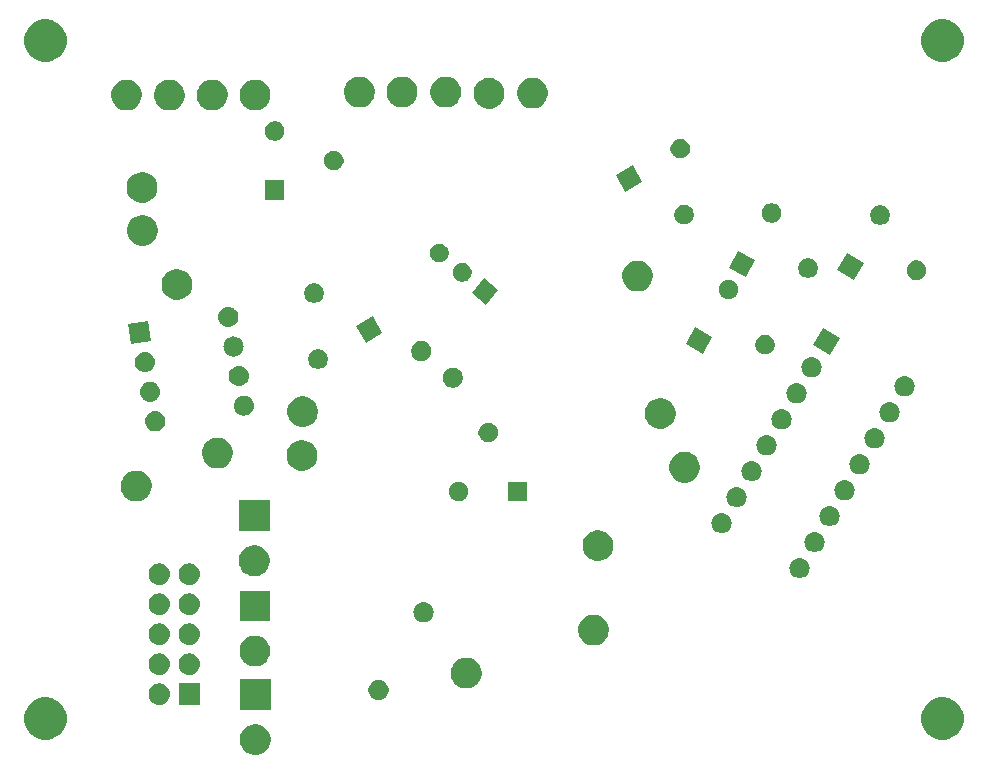
<source format=gbr>
G04 #@! TF.GenerationSoftware,KiCad,Pcbnew,(5.1.2-1)-1*
G04 #@! TF.CreationDate,2021-12-22T14:11:34-05:00*
G04 #@! TF.ProjectId,VCO - MFOS_SMD,56434f20-2d20-44d4-964f-535f534d442e,rev?*
G04 #@! TF.SameCoordinates,Original*
G04 #@! TF.FileFunction,Soldermask,Bot*
G04 #@! TF.FilePolarity,Negative*
%FSLAX46Y46*%
G04 Gerber Fmt 4.6, Leading zero omitted, Abs format (unit mm)*
G04 Created by KiCad (PCBNEW (5.1.2-1)-1) date 2021-12-22 14:11:34*
%MOMM*%
%LPD*%
G04 APERTURE LIST*
%ADD10C,0.100000*%
G04 APERTURE END LIST*
D10*
G36*
X34148693Y-73935844D02*
G01*
X34385401Y-74033892D01*
X34385403Y-74033893D01*
X34598435Y-74176236D01*
X34779604Y-74357405D01*
X34911011Y-74554070D01*
X34921948Y-74570439D01*
X35019996Y-74807147D01*
X35069980Y-75058433D01*
X35069980Y-75314647D01*
X35019996Y-75565933D01*
X34921948Y-75802641D01*
X34921947Y-75802643D01*
X34779604Y-76015675D01*
X34598435Y-76196844D01*
X34385403Y-76339187D01*
X34385402Y-76339188D01*
X34385401Y-76339188D01*
X34148693Y-76437236D01*
X33897407Y-76487220D01*
X33641193Y-76487220D01*
X33389907Y-76437236D01*
X33153199Y-76339188D01*
X33153198Y-76339188D01*
X33153197Y-76339187D01*
X32940165Y-76196844D01*
X32758996Y-76015675D01*
X32616653Y-75802643D01*
X32616652Y-75802641D01*
X32518604Y-75565933D01*
X32468620Y-75314647D01*
X32468620Y-75058433D01*
X32518604Y-74807147D01*
X32616652Y-74570439D01*
X32627589Y-74554070D01*
X32758996Y-74357405D01*
X32940165Y-74176236D01*
X33153197Y-74033893D01*
X33153199Y-74033892D01*
X33389907Y-73935844D01*
X33641193Y-73885860D01*
X33897407Y-73885860D01*
X34148693Y-73935844D01*
X34148693Y-73935844D01*
G37*
G36*
X16527331Y-71674211D02*
G01*
X16855092Y-71809974D01*
X17150070Y-72007072D01*
X17400928Y-72257930D01*
X17598026Y-72552908D01*
X17733789Y-72880669D01*
X17803000Y-73228616D01*
X17803000Y-73583384D01*
X17733789Y-73931331D01*
X17598026Y-74259092D01*
X17400928Y-74554070D01*
X17150070Y-74804928D01*
X16855092Y-75002026D01*
X16527331Y-75137789D01*
X16179384Y-75207000D01*
X15824616Y-75207000D01*
X15476669Y-75137789D01*
X15148908Y-75002026D01*
X14853930Y-74804928D01*
X14603072Y-74554070D01*
X14405974Y-74259092D01*
X14270211Y-73931331D01*
X14201000Y-73583384D01*
X14201000Y-73228616D01*
X14270211Y-72880669D01*
X14405974Y-72552908D01*
X14603072Y-72257930D01*
X14853930Y-72007072D01*
X15148908Y-71809974D01*
X15476669Y-71674211D01*
X15824616Y-71605000D01*
X16179384Y-71605000D01*
X16527331Y-71674211D01*
X16527331Y-71674211D01*
G37*
G36*
X92473331Y-71674211D02*
G01*
X92801092Y-71809974D01*
X93096070Y-72007072D01*
X93346928Y-72257930D01*
X93544026Y-72552908D01*
X93679789Y-72880669D01*
X93749000Y-73228616D01*
X93749000Y-73583384D01*
X93679789Y-73931331D01*
X93544026Y-74259092D01*
X93346928Y-74554070D01*
X93096070Y-74804928D01*
X92801092Y-75002026D01*
X92473331Y-75137789D01*
X92125384Y-75207000D01*
X91770616Y-75207000D01*
X91422669Y-75137789D01*
X91094908Y-75002026D01*
X90799930Y-74804928D01*
X90549072Y-74554070D01*
X90351974Y-74259092D01*
X90216211Y-73931331D01*
X90147000Y-73583384D01*
X90147000Y-73228616D01*
X90216211Y-72880669D01*
X90351974Y-72552908D01*
X90549072Y-72257930D01*
X90799930Y-72007072D01*
X91094908Y-71809974D01*
X91422669Y-71674211D01*
X91770616Y-71605000D01*
X92125384Y-71605000D01*
X92473331Y-71674211D01*
X92473331Y-71674211D01*
G37*
G36*
X35069980Y-72677220D02*
G01*
X32468620Y-72677220D01*
X32468620Y-70075860D01*
X35069980Y-70075860D01*
X35069980Y-72677220D01*
X35069980Y-72677220D01*
G37*
G36*
X25835834Y-70447233D02*
G01*
X26008235Y-70499531D01*
X26167123Y-70584458D01*
X26306389Y-70698751D01*
X26420682Y-70838017D01*
X26505609Y-70996905D01*
X26557907Y-71169306D01*
X26575565Y-71348600D01*
X26557907Y-71527894D01*
X26505609Y-71700295D01*
X26420682Y-71859183D01*
X26306389Y-71998449D01*
X26167123Y-72112742D01*
X26008235Y-72197669D01*
X25835834Y-72249967D01*
X25701471Y-72263200D01*
X25611609Y-72263200D01*
X25477246Y-72249967D01*
X25304845Y-72197669D01*
X25145957Y-72112742D01*
X25006691Y-71998449D01*
X24892398Y-71859183D01*
X24807471Y-71700295D01*
X24755173Y-71527894D01*
X24737515Y-71348600D01*
X24755173Y-71169306D01*
X24807471Y-70996905D01*
X24892398Y-70838017D01*
X25006691Y-70698751D01*
X25145957Y-70584458D01*
X25304845Y-70499531D01*
X25477246Y-70447233D01*
X25611609Y-70434000D01*
X25701471Y-70434000D01*
X25835834Y-70447233D01*
X25835834Y-70447233D01*
G37*
G36*
X29111140Y-72263200D02*
G01*
X27281940Y-72263200D01*
X27281940Y-70434000D01*
X29111140Y-70434000D01*
X29111140Y-72263200D01*
X29111140Y-72263200D01*
G37*
G36*
X44454388Y-70177243D02*
G01*
X44609260Y-70241393D01*
X44748641Y-70334525D01*
X44867175Y-70453059D01*
X44960307Y-70592440D01*
X45024457Y-70747312D01*
X45057160Y-70911724D01*
X45057160Y-71079356D01*
X45024457Y-71243768D01*
X44960307Y-71398640D01*
X44867175Y-71538021D01*
X44748641Y-71656555D01*
X44609260Y-71749687D01*
X44454388Y-71813837D01*
X44289976Y-71846540D01*
X44122344Y-71846540D01*
X43957932Y-71813837D01*
X43803060Y-71749687D01*
X43663679Y-71656555D01*
X43545145Y-71538021D01*
X43452013Y-71398640D01*
X43387863Y-71243768D01*
X43355160Y-71079356D01*
X43355160Y-70911724D01*
X43387863Y-70747312D01*
X43452013Y-70592440D01*
X43545145Y-70453059D01*
X43663679Y-70334525D01*
X43803060Y-70241393D01*
X43957932Y-70177243D01*
X44122344Y-70144540D01*
X44289976Y-70144540D01*
X44454388Y-70177243D01*
X44454388Y-70177243D01*
G37*
G36*
X52005084Y-68300995D02*
G01*
X52241792Y-68399043D01*
X52241794Y-68399044D01*
X52454826Y-68541387D01*
X52635995Y-68722556D01*
X52772236Y-68926456D01*
X52778339Y-68935590D01*
X52876387Y-69172298D01*
X52926371Y-69423584D01*
X52926371Y-69679798D01*
X52876387Y-69931084D01*
X52787970Y-70144540D01*
X52778338Y-70167794D01*
X52635995Y-70380826D01*
X52454826Y-70561995D01*
X52241794Y-70704338D01*
X52241793Y-70704339D01*
X52241792Y-70704339D01*
X52005084Y-70802387D01*
X51753798Y-70852371D01*
X51497584Y-70852371D01*
X51246298Y-70802387D01*
X51009590Y-70704339D01*
X51009589Y-70704339D01*
X51009588Y-70704338D01*
X50796556Y-70561995D01*
X50615387Y-70380826D01*
X50473044Y-70167794D01*
X50463412Y-70144540D01*
X50374995Y-69931084D01*
X50325011Y-69679798D01*
X50325011Y-69423584D01*
X50374995Y-69172298D01*
X50473043Y-68935590D01*
X50479146Y-68926456D01*
X50615387Y-68722556D01*
X50796556Y-68541387D01*
X51009588Y-68399044D01*
X51009590Y-68399043D01*
X51246298Y-68300995D01*
X51497584Y-68251011D01*
X51753798Y-68251011D01*
X52005084Y-68300995D01*
X52005084Y-68300995D01*
G37*
G36*
X28375834Y-67907233D02*
G01*
X28548235Y-67959531D01*
X28707123Y-68044458D01*
X28846389Y-68158751D01*
X28960682Y-68298017D01*
X29045609Y-68456905D01*
X29097907Y-68629306D01*
X29115565Y-68808600D01*
X29097907Y-68987894D01*
X29045609Y-69160295D01*
X28960682Y-69319183D01*
X28846389Y-69458449D01*
X28707123Y-69572742D01*
X28548235Y-69657669D01*
X28375834Y-69709967D01*
X28241471Y-69723200D01*
X28151609Y-69723200D01*
X28017246Y-69709967D01*
X27844845Y-69657669D01*
X27685957Y-69572742D01*
X27546691Y-69458449D01*
X27432398Y-69319183D01*
X27347471Y-69160295D01*
X27295173Y-68987894D01*
X27277515Y-68808600D01*
X27295173Y-68629306D01*
X27347471Y-68456905D01*
X27432398Y-68298017D01*
X27546691Y-68158751D01*
X27685957Y-68044458D01*
X27844845Y-67959531D01*
X28017246Y-67907233D01*
X28151609Y-67894000D01*
X28241471Y-67894000D01*
X28375834Y-67907233D01*
X28375834Y-67907233D01*
G37*
G36*
X25835834Y-67907233D02*
G01*
X26008235Y-67959531D01*
X26167123Y-68044458D01*
X26306389Y-68158751D01*
X26420682Y-68298017D01*
X26505609Y-68456905D01*
X26557907Y-68629306D01*
X26575565Y-68808600D01*
X26557907Y-68987894D01*
X26505609Y-69160295D01*
X26420682Y-69319183D01*
X26306389Y-69458449D01*
X26167123Y-69572742D01*
X26008235Y-69657669D01*
X25835834Y-69709967D01*
X25701471Y-69723200D01*
X25611609Y-69723200D01*
X25477246Y-69709967D01*
X25304845Y-69657669D01*
X25145957Y-69572742D01*
X25006691Y-69458449D01*
X24892398Y-69319183D01*
X24807471Y-69160295D01*
X24755173Y-68987894D01*
X24737515Y-68808600D01*
X24755173Y-68629306D01*
X24807471Y-68456905D01*
X24892398Y-68298017D01*
X25006691Y-68158751D01*
X25145957Y-68044458D01*
X25304845Y-67959531D01*
X25477246Y-67907233D01*
X25611609Y-67894000D01*
X25701471Y-67894000D01*
X25835834Y-67907233D01*
X25835834Y-67907233D01*
G37*
G36*
X34118213Y-66425064D02*
G01*
X34354921Y-66523112D01*
X34354923Y-66523113D01*
X34567955Y-66665456D01*
X34749124Y-66846625D01*
X34891467Y-67059657D01*
X34891468Y-67059659D01*
X34989516Y-67296367D01*
X35039500Y-67547653D01*
X35039500Y-67803867D01*
X34989516Y-68055153D01*
X34891468Y-68291861D01*
X34891467Y-68291863D01*
X34749124Y-68504895D01*
X34567955Y-68686064D01*
X34354923Y-68828407D01*
X34354922Y-68828408D01*
X34354921Y-68828408D01*
X34118213Y-68926456D01*
X33866927Y-68976440D01*
X33610713Y-68976440D01*
X33359427Y-68926456D01*
X33122719Y-68828408D01*
X33122718Y-68828408D01*
X33122717Y-68828407D01*
X32909685Y-68686064D01*
X32728516Y-68504895D01*
X32586173Y-68291863D01*
X32586172Y-68291861D01*
X32488124Y-68055153D01*
X32438140Y-67803867D01*
X32438140Y-67547653D01*
X32488124Y-67296367D01*
X32586172Y-67059659D01*
X32586173Y-67059657D01*
X32728516Y-66846625D01*
X32909685Y-66665456D01*
X33122717Y-66523113D01*
X33122719Y-66523112D01*
X33359427Y-66425064D01*
X33610713Y-66375080D01*
X33866927Y-66375080D01*
X34118213Y-66425064D01*
X34118213Y-66425064D01*
G37*
G36*
X62790508Y-64651155D02*
G01*
X62965569Y-64723668D01*
X63027218Y-64749204D01*
X63240250Y-64891547D01*
X63421419Y-65072716D01*
X63538156Y-65247426D01*
X63563763Y-65285750D01*
X63661811Y-65522458D01*
X63711795Y-65773744D01*
X63711795Y-66029958D01*
X63661811Y-66281244D01*
X63602238Y-66425065D01*
X63563762Y-66517954D01*
X63421419Y-66730986D01*
X63240250Y-66912155D01*
X63027218Y-67054498D01*
X63027217Y-67054499D01*
X63027216Y-67054499D01*
X62790508Y-67152547D01*
X62539222Y-67202531D01*
X62283008Y-67202531D01*
X62031722Y-67152547D01*
X61795014Y-67054499D01*
X61795013Y-67054499D01*
X61795012Y-67054498D01*
X61581980Y-66912155D01*
X61400811Y-66730986D01*
X61258468Y-66517954D01*
X61219992Y-66425065D01*
X61160419Y-66281244D01*
X61110435Y-66029958D01*
X61110435Y-65773744D01*
X61160419Y-65522458D01*
X61258467Y-65285750D01*
X61284074Y-65247426D01*
X61400811Y-65072716D01*
X61581980Y-64891547D01*
X61795012Y-64749204D01*
X61856661Y-64723668D01*
X62031722Y-64651155D01*
X62283008Y-64601171D01*
X62539222Y-64601171D01*
X62790508Y-64651155D01*
X62790508Y-64651155D01*
G37*
G36*
X28375834Y-65367233D02*
G01*
X28548235Y-65419531D01*
X28707123Y-65504458D01*
X28846389Y-65618751D01*
X28960682Y-65758017D01*
X29045609Y-65916905D01*
X29097907Y-66089306D01*
X29115565Y-66268600D01*
X29097907Y-66447894D01*
X29045609Y-66620295D01*
X28960682Y-66779183D01*
X28846389Y-66918449D01*
X28707123Y-67032742D01*
X28548235Y-67117669D01*
X28375834Y-67169967D01*
X28241471Y-67183200D01*
X28151609Y-67183200D01*
X28017246Y-67169967D01*
X27844845Y-67117669D01*
X27685957Y-67032742D01*
X27546691Y-66918449D01*
X27432398Y-66779183D01*
X27347471Y-66620295D01*
X27295173Y-66447894D01*
X27277515Y-66268600D01*
X27295173Y-66089306D01*
X27347471Y-65916905D01*
X27432398Y-65758017D01*
X27546691Y-65618751D01*
X27685957Y-65504458D01*
X27844845Y-65419531D01*
X28017246Y-65367233D01*
X28151609Y-65354000D01*
X28241471Y-65354000D01*
X28375834Y-65367233D01*
X28375834Y-65367233D01*
G37*
G36*
X25835834Y-65367233D02*
G01*
X26008235Y-65419531D01*
X26167123Y-65504458D01*
X26306389Y-65618751D01*
X26420682Y-65758017D01*
X26505609Y-65916905D01*
X26557907Y-66089306D01*
X26575565Y-66268600D01*
X26557907Y-66447894D01*
X26505609Y-66620295D01*
X26420682Y-66779183D01*
X26306389Y-66918449D01*
X26167123Y-67032742D01*
X26008235Y-67117669D01*
X25835834Y-67169967D01*
X25701471Y-67183200D01*
X25611609Y-67183200D01*
X25477246Y-67169967D01*
X25304845Y-67117669D01*
X25145957Y-67032742D01*
X25006691Y-66918449D01*
X24892398Y-66779183D01*
X24807471Y-66620295D01*
X24755173Y-66447894D01*
X24737515Y-66268600D01*
X24755173Y-66089306D01*
X24807471Y-65916905D01*
X24892398Y-65758017D01*
X25006691Y-65618751D01*
X25145957Y-65504458D01*
X25304845Y-65419531D01*
X25477246Y-65367233D01*
X25611609Y-65354000D01*
X25701471Y-65354000D01*
X25835834Y-65367233D01*
X25835834Y-65367233D01*
G37*
G36*
X48182983Y-63557739D02*
G01*
X48343402Y-63606402D01*
X48476066Y-63677312D01*
X48491238Y-63685422D01*
X48620819Y-63791767D01*
X48727164Y-63921348D01*
X48727165Y-63921350D01*
X48806184Y-64069184D01*
X48854847Y-64229603D01*
X48871277Y-64396426D01*
X48854847Y-64563249D01*
X48806184Y-64723668D01*
X48735274Y-64856332D01*
X48727164Y-64871504D01*
X48620819Y-65001085D01*
X48491238Y-65107430D01*
X48491236Y-65107431D01*
X48343402Y-65186450D01*
X48182983Y-65235113D01*
X48057964Y-65247426D01*
X47974356Y-65247426D01*
X47849337Y-65235113D01*
X47688918Y-65186450D01*
X47541084Y-65107431D01*
X47541082Y-65107430D01*
X47411501Y-65001085D01*
X47305156Y-64871504D01*
X47297046Y-64856332D01*
X47226136Y-64723668D01*
X47177473Y-64563249D01*
X47161043Y-64396426D01*
X47177473Y-64229603D01*
X47226136Y-64069184D01*
X47305155Y-63921350D01*
X47305156Y-63921348D01*
X47411501Y-63791767D01*
X47541082Y-63685422D01*
X47556254Y-63677312D01*
X47688918Y-63606402D01*
X47849337Y-63557739D01*
X47974356Y-63545426D01*
X48057964Y-63545426D01*
X48182983Y-63557739D01*
X48182983Y-63557739D01*
G37*
G36*
X35039500Y-65166440D02*
G01*
X32438140Y-65166440D01*
X32438140Y-62565080D01*
X35039500Y-62565080D01*
X35039500Y-65166440D01*
X35039500Y-65166440D01*
G37*
G36*
X25835834Y-62827233D02*
G01*
X26008235Y-62879531D01*
X26167123Y-62964458D01*
X26306389Y-63078751D01*
X26420682Y-63218017D01*
X26505609Y-63376905D01*
X26557907Y-63549306D01*
X26575565Y-63728600D01*
X26557907Y-63907894D01*
X26505609Y-64080295D01*
X26420682Y-64239183D01*
X26306389Y-64378449D01*
X26167123Y-64492742D01*
X26008235Y-64577669D01*
X25835834Y-64629967D01*
X25701471Y-64643200D01*
X25611609Y-64643200D01*
X25477246Y-64629967D01*
X25304845Y-64577669D01*
X25145957Y-64492742D01*
X25006691Y-64378449D01*
X24892398Y-64239183D01*
X24807471Y-64080295D01*
X24755173Y-63907894D01*
X24737515Y-63728600D01*
X24755173Y-63549306D01*
X24807471Y-63376905D01*
X24892398Y-63218017D01*
X25006691Y-63078751D01*
X25145957Y-62964458D01*
X25304845Y-62879531D01*
X25477246Y-62827233D01*
X25611609Y-62814000D01*
X25701471Y-62814000D01*
X25835834Y-62827233D01*
X25835834Y-62827233D01*
G37*
G36*
X28375834Y-62827233D02*
G01*
X28548235Y-62879531D01*
X28707123Y-62964458D01*
X28846389Y-63078751D01*
X28960682Y-63218017D01*
X29045609Y-63376905D01*
X29097907Y-63549306D01*
X29115565Y-63728600D01*
X29097907Y-63907894D01*
X29045609Y-64080295D01*
X28960682Y-64239183D01*
X28846389Y-64378449D01*
X28707123Y-64492742D01*
X28548235Y-64577669D01*
X28375834Y-64629967D01*
X28241471Y-64643200D01*
X28151609Y-64643200D01*
X28017246Y-64629967D01*
X27844845Y-64577669D01*
X27685957Y-64492742D01*
X27546691Y-64378449D01*
X27432398Y-64239183D01*
X27347471Y-64080295D01*
X27295173Y-63907894D01*
X27277515Y-63728600D01*
X27295173Y-63549306D01*
X27347471Y-63376905D01*
X27432398Y-63218017D01*
X27546691Y-63078751D01*
X27685957Y-62964458D01*
X27844845Y-62879531D01*
X28017246Y-62827233D01*
X28151609Y-62814000D01*
X28241471Y-62814000D01*
X28375834Y-62827233D01*
X28375834Y-62827233D01*
G37*
G36*
X28375834Y-60287233D02*
G01*
X28548235Y-60339531D01*
X28707123Y-60424458D01*
X28846389Y-60538751D01*
X28960682Y-60678017D01*
X29045609Y-60836905D01*
X29097907Y-61009306D01*
X29115565Y-61188600D01*
X29097907Y-61367894D01*
X29045609Y-61540295D01*
X28960682Y-61699183D01*
X28846389Y-61838449D01*
X28707123Y-61952742D01*
X28548235Y-62037669D01*
X28375834Y-62089967D01*
X28241471Y-62103200D01*
X28151609Y-62103200D01*
X28017246Y-62089967D01*
X27844845Y-62037669D01*
X27685957Y-61952742D01*
X27546691Y-61838449D01*
X27432398Y-61699183D01*
X27347471Y-61540295D01*
X27295173Y-61367894D01*
X27277515Y-61188600D01*
X27295173Y-61009306D01*
X27347471Y-60836905D01*
X27432398Y-60678017D01*
X27546691Y-60538751D01*
X27685957Y-60424458D01*
X27844845Y-60339531D01*
X28017246Y-60287233D01*
X28151609Y-60274000D01*
X28241471Y-60274000D01*
X28375834Y-60287233D01*
X28375834Y-60287233D01*
G37*
G36*
X25835834Y-60287233D02*
G01*
X26008235Y-60339531D01*
X26167123Y-60424458D01*
X26306389Y-60538751D01*
X26420682Y-60678017D01*
X26505609Y-60836905D01*
X26557907Y-61009306D01*
X26575565Y-61188600D01*
X26557907Y-61367894D01*
X26505609Y-61540295D01*
X26420682Y-61699183D01*
X26306389Y-61838449D01*
X26167123Y-61952742D01*
X26008235Y-62037669D01*
X25835834Y-62089967D01*
X25701471Y-62103200D01*
X25611609Y-62103200D01*
X25477246Y-62089967D01*
X25304845Y-62037669D01*
X25145957Y-61952742D01*
X25006691Y-61838449D01*
X24892398Y-61699183D01*
X24807471Y-61540295D01*
X24755173Y-61367894D01*
X24737515Y-61188600D01*
X24755173Y-61009306D01*
X24807471Y-60836905D01*
X24892398Y-60678017D01*
X25006691Y-60538751D01*
X25145957Y-60424458D01*
X25304845Y-60339531D01*
X25477246Y-60287233D01*
X25611609Y-60274000D01*
X25701471Y-60274000D01*
X25835834Y-60287233D01*
X25835834Y-60287233D01*
G37*
G36*
X80016738Y-59828323D02*
G01*
X80177157Y-59876986D01*
X80239795Y-59910467D01*
X80324993Y-59956006D01*
X80454574Y-60062351D01*
X80560919Y-60191932D01*
X80560920Y-60191934D01*
X80639939Y-60339768D01*
X80688602Y-60500187D01*
X80705032Y-60667010D01*
X80688602Y-60833833D01*
X80639939Y-60994252D01*
X80608343Y-61053364D01*
X80560919Y-61142088D01*
X80454574Y-61271669D01*
X80324993Y-61378014D01*
X80324991Y-61378015D01*
X80177157Y-61457034D01*
X80016738Y-61505697D01*
X79891719Y-61518010D01*
X79808111Y-61518010D01*
X79683092Y-61505697D01*
X79522673Y-61457034D01*
X79374839Y-61378015D01*
X79374837Y-61378014D01*
X79245256Y-61271669D01*
X79138911Y-61142088D01*
X79091487Y-61053364D01*
X79059891Y-60994252D01*
X79011228Y-60833833D01*
X78994798Y-60667010D01*
X79011228Y-60500187D01*
X79059891Y-60339768D01*
X79138910Y-60191934D01*
X79138911Y-60191932D01*
X79245256Y-60062351D01*
X79374837Y-59956006D01*
X79460035Y-59910467D01*
X79522673Y-59876986D01*
X79683092Y-59828323D01*
X79808111Y-59816010D01*
X79891719Y-59816010D01*
X80016738Y-59828323D01*
X80016738Y-59828323D01*
G37*
G36*
X34057253Y-58792364D02*
G01*
X34283133Y-58885927D01*
X34293963Y-58890413D01*
X34506995Y-59032756D01*
X34688164Y-59213925D01*
X34795071Y-59373923D01*
X34830508Y-59426959D01*
X34928556Y-59663667D01*
X34978540Y-59914953D01*
X34978540Y-60171167D01*
X34928556Y-60422453D01*
X34830508Y-60659161D01*
X34830507Y-60659163D01*
X34688164Y-60872195D01*
X34506995Y-61053364D01*
X34293963Y-61195707D01*
X34293962Y-61195708D01*
X34293961Y-61195708D01*
X34057253Y-61293756D01*
X33805967Y-61343740D01*
X33549753Y-61343740D01*
X33298467Y-61293756D01*
X33061759Y-61195708D01*
X33061758Y-61195708D01*
X33061757Y-61195707D01*
X32848725Y-61053364D01*
X32667556Y-60872195D01*
X32525213Y-60659163D01*
X32525212Y-60659161D01*
X32427164Y-60422453D01*
X32377180Y-60171167D01*
X32377180Y-59914953D01*
X32427164Y-59663667D01*
X32525212Y-59426959D01*
X32560649Y-59373923D01*
X32667556Y-59213925D01*
X32848725Y-59032756D01*
X33061757Y-58890413D01*
X33072587Y-58885927D01*
X33298467Y-58792364D01*
X33549753Y-58742380D01*
X33805967Y-58742380D01*
X34057253Y-58792364D01*
X34057253Y-58792364D01*
G37*
G36*
X63160573Y-57507124D02*
G01*
X63307576Y-57568015D01*
X63397283Y-57605173D01*
X63610315Y-57747516D01*
X63791484Y-57928685D01*
X63932724Y-58140066D01*
X63933828Y-58141719D01*
X64031876Y-58378427D01*
X64081860Y-58629713D01*
X64081860Y-58885927D01*
X64031876Y-59137213D01*
X63961965Y-59305992D01*
X63933827Y-59373923D01*
X63791484Y-59586955D01*
X63610315Y-59768124D01*
X63397283Y-59910467D01*
X63397282Y-59910468D01*
X63397281Y-59910468D01*
X63160573Y-60008516D01*
X62909287Y-60058500D01*
X62653073Y-60058500D01*
X62401787Y-60008516D01*
X62165079Y-59910468D01*
X62165078Y-59910468D01*
X62165077Y-59910467D01*
X61952045Y-59768124D01*
X61770876Y-59586955D01*
X61628533Y-59373923D01*
X61600395Y-59305992D01*
X61530484Y-59137213D01*
X61480500Y-58885927D01*
X61480500Y-58629713D01*
X61530484Y-58378427D01*
X61628532Y-58141719D01*
X61629636Y-58140066D01*
X61770876Y-57928685D01*
X61952045Y-57747516D01*
X62165077Y-57605173D01*
X62254784Y-57568015D01*
X62401787Y-57507124D01*
X62653073Y-57457140D01*
X62909287Y-57457140D01*
X63160573Y-57507124D01*
X63160573Y-57507124D01*
G37*
G36*
X81286738Y-57628618D02*
G01*
X81447157Y-57677281D01*
X81578557Y-57747516D01*
X81594993Y-57756301D01*
X81724574Y-57862646D01*
X81830919Y-57992227D01*
X81830920Y-57992229D01*
X81909939Y-58140063D01*
X81958602Y-58300482D01*
X81975032Y-58467305D01*
X81958602Y-58634128D01*
X81909939Y-58794547D01*
X81839029Y-58927211D01*
X81830919Y-58942383D01*
X81724574Y-59071964D01*
X81594993Y-59178309D01*
X81594991Y-59178310D01*
X81447157Y-59257329D01*
X81286738Y-59305992D01*
X81161719Y-59318305D01*
X81078111Y-59318305D01*
X80953092Y-59305992D01*
X80792673Y-59257329D01*
X80644839Y-59178310D01*
X80644837Y-59178309D01*
X80515256Y-59071964D01*
X80408911Y-58942383D01*
X80400801Y-58927211D01*
X80329891Y-58794547D01*
X80281228Y-58634128D01*
X80264798Y-58467305D01*
X80281228Y-58300482D01*
X80329891Y-58140063D01*
X80408910Y-57992229D01*
X80408911Y-57992227D01*
X80515256Y-57862646D01*
X80644837Y-57756301D01*
X80661273Y-57747516D01*
X80792673Y-57677281D01*
X80953092Y-57628618D01*
X81078111Y-57616305D01*
X81161719Y-57616305D01*
X81286738Y-57628618D01*
X81286738Y-57628618D01*
G37*
G36*
X73417624Y-56018323D02*
G01*
X73578043Y-56066986D01*
X73641263Y-56100778D01*
X73725879Y-56146006D01*
X73855460Y-56252351D01*
X73961805Y-56381932D01*
X73961806Y-56381934D01*
X74040825Y-56529768D01*
X74089488Y-56690187D01*
X74105918Y-56857010D01*
X74089488Y-57023833D01*
X74040825Y-57184252D01*
X73969915Y-57316916D01*
X73961805Y-57332088D01*
X73855460Y-57461669D01*
X73725879Y-57568014D01*
X73725877Y-57568015D01*
X73578043Y-57647034D01*
X73417624Y-57695697D01*
X73292605Y-57708010D01*
X73208997Y-57708010D01*
X73083978Y-57695697D01*
X72923559Y-57647034D01*
X72775725Y-57568015D01*
X72775723Y-57568014D01*
X72646142Y-57461669D01*
X72539797Y-57332088D01*
X72531687Y-57316916D01*
X72460777Y-57184252D01*
X72412114Y-57023833D01*
X72395684Y-56857010D01*
X72412114Y-56690187D01*
X72460777Y-56529768D01*
X72539796Y-56381934D01*
X72539797Y-56381932D01*
X72646142Y-56252351D01*
X72775723Y-56146006D01*
X72860339Y-56100778D01*
X72923559Y-56066986D01*
X73083978Y-56018323D01*
X73208997Y-56006010D01*
X73292605Y-56006010D01*
X73417624Y-56018323D01*
X73417624Y-56018323D01*
G37*
G36*
X34978540Y-57533740D02*
G01*
X32377180Y-57533740D01*
X32377180Y-54932380D01*
X34978540Y-54932380D01*
X34978540Y-57533740D01*
X34978540Y-57533740D01*
G37*
G36*
X82556738Y-55428914D02*
G01*
X82717157Y-55477577D01*
X82849821Y-55548487D01*
X82864993Y-55556597D01*
X82994574Y-55662942D01*
X83100919Y-55792523D01*
X83100920Y-55792525D01*
X83179939Y-55940359D01*
X83228602Y-56100778D01*
X83245032Y-56267601D01*
X83228602Y-56434424D01*
X83179939Y-56594843D01*
X83109029Y-56727507D01*
X83100919Y-56742679D01*
X82994574Y-56872260D01*
X82864993Y-56978605D01*
X82864991Y-56978606D01*
X82717157Y-57057625D01*
X82556738Y-57106288D01*
X82431719Y-57118601D01*
X82348111Y-57118601D01*
X82223092Y-57106288D01*
X82062673Y-57057625D01*
X81914839Y-56978606D01*
X81914837Y-56978605D01*
X81785256Y-56872260D01*
X81678911Y-56742679D01*
X81670801Y-56727507D01*
X81599891Y-56594843D01*
X81551228Y-56434424D01*
X81534798Y-56267601D01*
X81551228Y-56100778D01*
X81599891Y-55940359D01*
X81678910Y-55792525D01*
X81678911Y-55792523D01*
X81785256Y-55662942D01*
X81914837Y-55556597D01*
X81930009Y-55548487D01*
X82062673Y-55477577D01*
X82223092Y-55428914D01*
X82348111Y-55416601D01*
X82431719Y-55416601D01*
X82556738Y-55428914D01*
X82556738Y-55428914D01*
G37*
G36*
X74687624Y-53818618D02*
G01*
X74848043Y-53867281D01*
X74911263Y-53901073D01*
X74995879Y-53946301D01*
X75125460Y-54052646D01*
X75231805Y-54182227D01*
X75231806Y-54182229D01*
X75310825Y-54330063D01*
X75359488Y-54490482D01*
X75375918Y-54657305D01*
X75359488Y-54824128D01*
X75310825Y-54984547D01*
X75297765Y-55008980D01*
X75231805Y-55132383D01*
X75125460Y-55261964D01*
X74995879Y-55368309D01*
X74995877Y-55368310D01*
X74848043Y-55447329D01*
X74687624Y-55495992D01*
X74562605Y-55508305D01*
X74478997Y-55508305D01*
X74353978Y-55495992D01*
X74193559Y-55447329D01*
X74045725Y-55368310D01*
X74045723Y-55368309D01*
X73916142Y-55261964D01*
X73809797Y-55132383D01*
X73743837Y-55008980D01*
X73730777Y-54984547D01*
X73682114Y-54824128D01*
X73665684Y-54657305D01*
X73682114Y-54490482D01*
X73730777Y-54330063D01*
X73809796Y-54182229D01*
X73809797Y-54182227D01*
X73916142Y-54052646D01*
X74045723Y-53946301D01*
X74130339Y-53901073D01*
X74193559Y-53867281D01*
X74353978Y-53818618D01*
X74478997Y-53806305D01*
X74562605Y-53806305D01*
X74687624Y-53818618D01*
X74687624Y-53818618D01*
G37*
G36*
X56820314Y-55017489D02*
G01*
X55168314Y-55017489D01*
X55168314Y-53365489D01*
X56820314Y-53365489D01*
X56820314Y-55017489D01*
X56820314Y-55017489D01*
G37*
G36*
X51235249Y-53397231D02*
G01*
X51385572Y-53459497D01*
X51520859Y-53549893D01*
X51635910Y-53664944D01*
X51726306Y-53800231D01*
X51788572Y-53950554D01*
X51820314Y-54110135D01*
X51820314Y-54272843D01*
X51788572Y-54432424D01*
X51726306Y-54582747D01*
X51635910Y-54718034D01*
X51520859Y-54833085D01*
X51385572Y-54923481D01*
X51235249Y-54985747D01*
X51075668Y-55017489D01*
X50912960Y-55017489D01*
X50753379Y-54985747D01*
X50603056Y-54923481D01*
X50467769Y-54833085D01*
X50352718Y-54718034D01*
X50262322Y-54582747D01*
X50200056Y-54432424D01*
X50168314Y-54272843D01*
X50168314Y-54110135D01*
X50200056Y-53950554D01*
X50262322Y-53800231D01*
X50352718Y-53664944D01*
X50467769Y-53549893D01*
X50603056Y-53459497D01*
X50753379Y-53397231D01*
X50912960Y-53365489D01*
X51075668Y-53365489D01*
X51235249Y-53397231D01*
X51235249Y-53397231D01*
G37*
G36*
X24067433Y-52457604D02*
G01*
X24304141Y-52555652D01*
X24304143Y-52555653D01*
X24517175Y-52697996D01*
X24698344Y-52879165D01*
X24840687Y-53092197D01*
X24840688Y-53092199D01*
X24938736Y-53328907D01*
X24988720Y-53580193D01*
X24988720Y-53836407D01*
X24938736Y-54087693D01*
X24862044Y-54272843D01*
X24840687Y-54324403D01*
X24698344Y-54537435D01*
X24517175Y-54718604D01*
X24304143Y-54860947D01*
X24304142Y-54860948D01*
X24304141Y-54860948D01*
X24067433Y-54958996D01*
X23816147Y-55008980D01*
X23559933Y-55008980D01*
X23308647Y-54958996D01*
X23071939Y-54860948D01*
X23071938Y-54860948D01*
X23071937Y-54860947D01*
X22858905Y-54718604D01*
X22677736Y-54537435D01*
X22535393Y-54324403D01*
X22514036Y-54272843D01*
X22437344Y-54087693D01*
X22387360Y-53836407D01*
X22387360Y-53580193D01*
X22437344Y-53328907D01*
X22535392Y-53092199D01*
X22535393Y-53092197D01*
X22677736Y-52879165D01*
X22858905Y-52697996D01*
X23071937Y-52555653D01*
X23071939Y-52555652D01*
X23308647Y-52457604D01*
X23559933Y-52407620D01*
X23816147Y-52407620D01*
X24067433Y-52457604D01*
X24067433Y-52457604D01*
G37*
G36*
X83826738Y-53229209D02*
G01*
X83957295Y-53268813D01*
X83966363Y-53271564D01*
X83987157Y-53277872D01*
X84119821Y-53348782D01*
X84134993Y-53356892D01*
X84264574Y-53463237D01*
X84370919Y-53592818D01*
X84370920Y-53592820D01*
X84449939Y-53740654D01*
X84498602Y-53901073D01*
X84515032Y-54067896D01*
X84498602Y-54234719D01*
X84449939Y-54395138D01*
X84379029Y-54527802D01*
X84370919Y-54542974D01*
X84264574Y-54672555D01*
X84134993Y-54778900D01*
X84134991Y-54778901D01*
X83987157Y-54857920D01*
X83987154Y-54857921D01*
X83977175Y-54860948D01*
X83826738Y-54906583D01*
X83701719Y-54918896D01*
X83618111Y-54918896D01*
X83493092Y-54906583D01*
X83342655Y-54860948D01*
X83332676Y-54857921D01*
X83332673Y-54857920D01*
X83184839Y-54778901D01*
X83184837Y-54778900D01*
X83055256Y-54672555D01*
X82948911Y-54542974D01*
X82940801Y-54527802D01*
X82869891Y-54395138D01*
X82821228Y-54234719D01*
X82804798Y-54067896D01*
X82821228Y-53901073D01*
X82869891Y-53740654D01*
X82948910Y-53592820D01*
X82948911Y-53592818D01*
X83055256Y-53463237D01*
X83184837Y-53356892D01*
X83200009Y-53348782D01*
X83332673Y-53277872D01*
X83353468Y-53271564D01*
X83362535Y-53268813D01*
X83493092Y-53229209D01*
X83618111Y-53216896D01*
X83701719Y-53216896D01*
X83826738Y-53229209D01*
X83826738Y-53229209D01*
G37*
G36*
X70508655Y-50868221D02*
G01*
X70745363Y-50966269D01*
X70745365Y-50966270D01*
X70958397Y-51108613D01*
X71139566Y-51289782D01*
X71208610Y-51393114D01*
X71281910Y-51502816D01*
X71379958Y-51739524D01*
X71429942Y-51990810D01*
X71429942Y-52247024D01*
X71379958Y-52498310D01*
X71288465Y-52719192D01*
X71281909Y-52735020D01*
X71139566Y-52948052D01*
X70958397Y-53129221D01*
X70745365Y-53271564D01*
X70745364Y-53271565D01*
X70745363Y-53271565D01*
X70508655Y-53369613D01*
X70257369Y-53419597D01*
X70001155Y-53419597D01*
X69749869Y-53369613D01*
X69513161Y-53271565D01*
X69513160Y-53271565D01*
X69513159Y-53271564D01*
X69300127Y-53129221D01*
X69118958Y-52948052D01*
X68976615Y-52735020D01*
X68970059Y-52719192D01*
X68878566Y-52498310D01*
X68828582Y-52247024D01*
X68828582Y-51990810D01*
X68878566Y-51739524D01*
X68976614Y-51502816D01*
X69049914Y-51393114D01*
X69118958Y-51289782D01*
X69300127Y-51108613D01*
X69513159Y-50966270D01*
X69513161Y-50966269D01*
X69749869Y-50868221D01*
X70001155Y-50818237D01*
X70257369Y-50818237D01*
X70508655Y-50868221D01*
X70508655Y-50868221D01*
G37*
G36*
X75957624Y-51618914D02*
G01*
X76118043Y-51667577D01*
X76181263Y-51701369D01*
X76265879Y-51746597D01*
X76395460Y-51852942D01*
X76501805Y-51982523D01*
X76501806Y-51982525D01*
X76580825Y-52130359D01*
X76580826Y-52130362D01*
X76589884Y-52160221D01*
X76629488Y-52290778D01*
X76645918Y-52457601D01*
X76629488Y-52624424D01*
X76580825Y-52784843D01*
X76530409Y-52879165D01*
X76501805Y-52932679D01*
X76395460Y-53062260D01*
X76265879Y-53168605D01*
X76265877Y-53168606D01*
X76118043Y-53247625D01*
X75957624Y-53296288D01*
X75832605Y-53308601D01*
X75748997Y-53308601D01*
X75623978Y-53296288D01*
X75463559Y-53247625D01*
X75315725Y-53168606D01*
X75315723Y-53168605D01*
X75186142Y-53062260D01*
X75079797Y-52932679D01*
X75051193Y-52879165D01*
X75000777Y-52784843D01*
X74952114Y-52624424D01*
X74935684Y-52457601D01*
X74952114Y-52290778D01*
X74991718Y-52160221D01*
X75000776Y-52130362D01*
X75000777Y-52130359D01*
X75079796Y-51982525D01*
X75079797Y-51982523D01*
X75186142Y-51852942D01*
X75315723Y-51746597D01*
X75400339Y-51701369D01*
X75463559Y-51667577D01*
X75623978Y-51618914D01*
X75748997Y-51606601D01*
X75832605Y-51606601D01*
X75957624Y-51618914D01*
X75957624Y-51618914D01*
G37*
G36*
X85096738Y-51029505D02*
G01*
X85257157Y-51078168D01*
X85389821Y-51149078D01*
X85404993Y-51157188D01*
X85534574Y-51263533D01*
X85640919Y-51393114D01*
X85640920Y-51393116D01*
X85719939Y-51540950D01*
X85768602Y-51701369D01*
X85785032Y-51868192D01*
X85768602Y-52035015D01*
X85719939Y-52195434D01*
X85649029Y-52328098D01*
X85640919Y-52343270D01*
X85534574Y-52472851D01*
X85404993Y-52579196D01*
X85404991Y-52579197D01*
X85257157Y-52658216D01*
X85096738Y-52706879D01*
X84971719Y-52719192D01*
X84888111Y-52719192D01*
X84763092Y-52706879D01*
X84602673Y-52658216D01*
X84454839Y-52579197D01*
X84454837Y-52579196D01*
X84325256Y-52472851D01*
X84218911Y-52343270D01*
X84210801Y-52328098D01*
X84139891Y-52195434D01*
X84091228Y-52035015D01*
X84074798Y-51868192D01*
X84091228Y-51701369D01*
X84139891Y-51540950D01*
X84218910Y-51393116D01*
X84218911Y-51393114D01*
X84325256Y-51263533D01*
X84454837Y-51157188D01*
X84470009Y-51149078D01*
X84602673Y-51078168D01*
X84763092Y-51029505D01*
X84888111Y-51017192D01*
X84971719Y-51017192D01*
X85096738Y-51029505D01*
X85096738Y-51029505D01*
G37*
G36*
X38100933Y-49874424D02*
G01*
X38337641Y-49972472D01*
X38337643Y-49972473D01*
X38550675Y-50114816D01*
X38731844Y-50295985D01*
X38874187Y-50509017D01*
X38874188Y-50509019D01*
X38972236Y-50745727D01*
X39022220Y-50997013D01*
X39022220Y-51253227D01*
X38972236Y-51504513D01*
X38924849Y-51618914D01*
X38874187Y-51741223D01*
X38731844Y-51954255D01*
X38550675Y-52135424D01*
X38337643Y-52277767D01*
X38337642Y-52277768D01*
X38337641Y-52277768D01*
X38100933Y-52375816D01*
X37849647Y-52425800D01*
X37593433Y-52425800D01*
X37342147Y-52375816D01*
X37105439Y-52277768D01*
X37105438Y-52277768D01*
X37105437Y-52277767D01*
X36892405Y-52135424D01*
X36711236Y-51954255D01*
X36568893Y-51741223D01*
X36518231Y-51618914D01*
X36470844Y-51504513D01*
X36420860Y-51253227D01*
X36420860Y-50997013D01*
X36470844Y-50745727D01*
X36568892Y-50509019D01*
X36568893Y-50509017D01*
X36711236Y-50295985D01*
X36892405Y-50114816D01*
X37105437Y-49972473D01*
X37105439Y-49972472D01*
X37342147Y-49874424D01*
X37593433Y-49824440D01*
X37849647Y-49824440D01*
X38100933Y-49874424D01*
X38100933Y-49874424D01*
G37*
G36*
X30940673Y-49663604D02*
G01*
X31177381Y-49761652D01*
X31177383Y-49761653D01*
X31390415Y-49903996D01*
X31571584Y-50085165D01*
X31713927Y-50298197D01*
X31713928Y-50298199D01*
X31811976Y-50534907D01*
X31861960Y-50786193D01*
X31861960Y-51042407D01*
X31811976Y-51293693D01*
X31725355Y-51502814D01*
X31713927Y-51530403D01*
X31571584Y-51743435D01*
X31390415Y-51924604D01*
X31177383Y-52066947D01*
X31177382Y-52066948D01*
X31177381Y-52066948D01*
X30940673Y-52164996D01*
X30689387Y-52214980D01*
X30433173Y-52214980D01*
X30181887Y-52164996D01*
X29945179Y-52066948D01*
X29945178Y-52066948D01*
X29945177Y-52066947D01*
X29732145Y-51924604D01*
X29550976Y-51743435D01*
X29408633Y-51530403D01*
X29397205Y-51502814D01*
X29310584Y-51293693D01*
X29260600Y-51042407D01*
X29260600Y-50786193D01*
X29310584Y-50534907D01*
X29408632Y-50298199D01*
X29408633Y-50298197D01*
X29550976Y-50085165D01*
X29732145Y-49903996D01*
X29945177Y-49761653D01*
X29945179Y-49761652D01*
X30181887Y-49663604D01*
X30433173Y-49613620D01*
X30689387Y-49613620D01*
X30940673Y-49663604D01*
X30940673Y-49663604D01*
G37*
G36*
X77227624Y-49419209D02*
G01*
X77388043Y-49467872D01*
X77451263Y-49501664D01*
X77535879Y-49546892D01*
X77665460Y-49653237D01*
X77771805Y-49782818D01*
X77771806Y-49782820D01*
X77850825Y-49930654D01*
X77899488Y-50091073D01*
X77915918Y-50257896D01*
X77899488Y-50424719D01*
X77850825Y-50585138D01*
X77779915Y-50717802D01*
X77771805Y-50732974D01*
X77665460Y-50862555D01*
X77535879Y-50968900D01*
X77535877Y-50968901D01*
X77388043Y-51047920D01*
X77227624Y-51096583D01*
X77102605Y-51108896D01*
X77018997Y-51108896D01*
X76893978Y-51096583D01*
X76733559Y-51047920D01*
X76585725Y-50968901D01*
X76585723Y-50968900D01*
X76456142Y-50862555D01*
X76349797Y-50732974D01*
X76341687Y-50717802D01*
X76270777Y-50585138D01*
X76222114Y-50424719D01*
X76205684Y-50257896D01*
X76222114Y-50091073D01*
X76270777Y-49930654D01*
X76349796Y-49782820D01*
X76349797Y-49782818D01*
X76456142Y-49653237D01*
X76585723Y-49546892D01*
X76670339Y-49501664D01*
X76733559Y-49467872D01*
X76893978Y-49419209D01*
X77018997Y-49406896D01*
X77102605Y-49406896D01*
X77227624Y-49419209D01*
X77227624Y-49419209D01*
G37*
G36*
X86366738Y-48829800D02*
G01*
X86527157Y-48878463D01*
X86640885Y-48939252D01*
X86674993Y-48957483D01*
X86804574Y-49063828D01*
X86910919Y-49193409D01*
X86910920Y-49193411D01*
X86989939Y-49341245D01*
X87038602Y-49501664D01*
X87055032Y-49668487D01*
X87038602Y-49835310D01*
X86989939Y-49995729D01*
X86926286Y-50114816D01*
X86910919Y-50143565D01*
X86804574Y-50273146D01*
X86674993Y-50379491D01*
X86674991Y-50379492D01*
X86527157Y-50458511D01*
X86366738Y-50507174D01*
X86241719Y-50519487D01*
X86158111Y-50519487D01*
X86033092Y-50507174D01*
X85872673Y-50458511D01*
X85724839Y-50379492D01*
X85724837Y-50379491D01*
X85595256Y-50273146D01*
X85488911Y-50143565D01*
X85473544Y-50114816D01*
X85409891Y-49995729D01*
X85361228Y-49835310D01*
X85344798Y-49668487D01*
X85361228Y-49501664D01*
X85409891Y-49341245D01*
X85488910Y-49193411D01*
X85488911Y-49193409D01*
X85595256Y-49063828D01*
X85724837Y-48957483D01*
X85758945Y-48939252D01*
X85872673Y-48878463D01*
X86033092Y-48829800D01*
X86158111Y-48817487D01*
X86241719Y-48817487D01*
X86366738Y-48829800D01*
X86366738Y-48829800D01*
G37*
G36*
X53735249Y-48397231D02*
G01*
X53885572Y-48459497D01*
X54020859Y-48549893D01*
X54135910Y-48664944D01*
X54226306Y-48800231D01*
X54288572Y-48950554D01*
X54320314Y-49110135D01*
X54320314Y-49272843D01*
X54288572Y-49432424D01*
X54226306Y-49582747D01*
X54135910Y-49718034D01*
X54020859Y-49833085D01*
X53885572Y-49923481D01*
X53735249Y-49985747D01*
X53575668Y-50017489D01*
X53412960Y-50017489D01*
X53253379Y-49985747D01*
X53103056Y-49923481D01*
X52967769Y-49833085D01*
X52852718Y-49718034D01*
X52762322Y-49582747D01*
X52700056Y-49432424D01*
X52668314Y-49272843D01*
X52668314Y-49110135D01*
X52700056Y-48950554D01*
X52762322Y-48800231D01*
X52852718Y-48664944D01*
X52967769Y-48549893D01*
X53103056Y-48459497D01*
X53253379Y-48397231D01*
X53412960Y-48365489D01*
X53575668Y-48365489D01*
X53735249Y-48397231D01*
X53735249Y-48397231D01*
G37*
G36*
X25468051Y-47389561D02*
G01*
X25628470Y-47438224D01*
X25761134Y-47509134D01*
X25776306Y-47517244D01*
X25905887Y-47623589D01*
X26012232Y-47753170D01*
X26012233Y-47753172D01*
X26091252Y-47901006D01*
X26139915Y-48061425D01*
X26156345Y-48228248D01*
X26139915Y-48395071D01*
X26091252Y-48555490D01*
X26032746Y-48664946D01*
X26012232Y-48703326D01*
X25905887Y-48832907D01*
X25776306Y-48939252D01*
X25776304Y-48939253D01*
X25628470Y-49018272D01*
X25468051Y-49066935D01*
X25343032Y-49079248D01*
X25259424Y-49079248D01*
X25134405Y-49066935D01*
X24973986Y-49018272D01*
X24826152Y-48939253D01*
X24826150Y-48939252D01*
X24696569Y-48832907D01*
X24590224Y-48703326D01*
X24569710Y-48664946D01*
X24511204Y-48555490D01*
X24462541Y-48395071D01*
X24446111Y-48228248D01*
X24462541Y-48061425D01*
X24511204Y-47901006D01*
X24590223Y-47753172D01*
X24590224Y-47753170D01*
X24696569Y-47623589D01*
X24826150Y-47517244D01*
X24841322Y-47509134D01*
X24973986Y-47438224D01*
X25134405Y-47389561D01*
X25259424Y-47377248D01*
X25343032Y-47377248D01*
X25468051Y-47389561D01*
X25468051Y-47389561D01*
G37*
G36*
X78497624Y-47219505D02*
G01*
X78658043Y-47268168D01*
X78721263Y-47301960D01*
X78805879Y-47347188D01*
X78935460Y-47453533D01*
X79041805Y-47583114D01*
X79041806Y-47583116D01*
X79120825Y-47730950D01*
X79169488Y-47891369D01*
X79185918Y-48058192D01*
X79169488Y-48225015D01*
X79120825Y-48385434D01*
X79099952Y-48424484D01*
X79041805Y-48533270D01*
X78935460Y-48662851D01*
X78805879Y-48769196D01*
X78805877Y-48769197D01*
X78658043Y-48848216D01*
X78497624Y-48896879D01*
X78372605Y-48909192D01*
X78288997Y-48909192D01*
X78163978Y-48896879D01*
X78003559Y-48848216D01*
X77855725Y-48769197D01*
X77855723Y-48769196D01*
X77726142Y-48662851D01*
X77619797Y-48533270D01*
X77561650Y-48424484D01*
X77540777Y-48385434D01*
X77492114Y-48225015D01*
X77475684Y-48058192D01*
X77492114Y-47891369D01*
X77540777Y-47730950D01*
X77619796Y-47583116D01*
X77619797Y-47583114D01*
X77726142Y-47453533D01*
X77855723Y-47347188D01*
X77940339Y-47301960D01*
X78003559Y-47268168D01*
X78163978Y-47219505D01*
X78288997Y-47207192D01*
X78372605Y-47207192D01*
X78497624Y-47219505D01*
X78497624Y-47219505D01*
G37*
G36*
X68430704Y-46315239D02*
G01*
X68667412Y-46413287D01*
X68667414Y-46413288D01*
X68880446Y-46555631D01*
X69061615Y-46736800D01*
X69174035Y-46905049D01*
X69203959Y-46949834D01*
X69302007Y-47186542D01*
X69351991Y-47437828D01*
X69351991Y-47694042D01*
X69302007Y-47945328D01*
X69204890Y-48179788D01*
X69203958Y-48182038D01*
X69061615Y-48395070D01*
X68880446Y-48576239D01*
X68667414Y-48718582D01*
X68667413Y-48718583D01*
X68667412Y-48718583D01*
X68430704Y-48816631D01*
X68179418Y-48866615D01*
X67923204Y-48866615D01*
X67671918Y-48816631D01*
X67435210Y-48718583D01*
X67435209Y-48718583D01*
X67435208Y-48718582D01*
X67222176Y-48576239D01*
X67041007Y-48395070D01*
X66898664Y-48182038D01*
X66897732Y-48179788D01*
X66800615Y-47945328D01*
X66750631Y-47694042D01*
X66750631Y-47437828D01*
X66800615Y-47186542D01*
X66898663Y-46949834D01*
X66928587Y-46905049D01*
X67041007Y-46736800D01*
X67222176Y-46555631D01*
X67435208Y-46413288D01*
X67435210Y-46413287D01*
X67671918Y-46315239D01*
X67923204Y-46265255D01*
X68179418Y-46265255D01*
X68430704Y-46315239D01*
X68430704Y-46315239D01*
G37*
G36*
X38161893Y-46163484D02*
G01*
X38398601Y-46261532D01*
X38398603Y-46261533D01*
X38611635Y-46403876D01*
X38792804Y-46585045D01*
X38935147Y-46798077D01*
X38935148Y-46798079D01*
X39033196Y-47034787D01*
X39083180Y-47286073D01*
X39083180Y-47542287D01*
X39033196Y-47793573D01*
X38970336Y-47945329D01*
X38935147Y-48030283D01*
X38792804Y-48243315D01*
X38611635Y-48424484D01*
X38398603Y-48566827D01*
X38398602Y-48566828D01*
X38398601Y-48566828D01*
X38161893Y-48664876D01*
X37910607Y-48714860D01*
X37654393Y-48714860D01*
X37403107Y-48664876D01*
X37166399Y-48566828D01*
X37166398Y-48566828D01*
X37166397Y-48566827D01*
X36953365Y-48424484D01*
X36772196Y-48243315D01*
X36629853Y-48030283D01*
X36594664Y-47945329D01*
X36531804Y-47793573D01*
X36481820Y-47542287D01*
X36481820Y-47286073D01*
X36531804Y-47034787D01*
X36629852Y-46798079D01*
X36629853Y-46798077D01*
X36772196Y-46585045D01*
X36953365Y-46403876D01*
X37166397Y-46261533D01*
X37166399Y-46261532D01*
X37403107Y-46163484D01*
X37654393Y-46113500D01*
X37910607Y-46113500D01*
X38161893Y-46163484D01*
X38161893Y-46163484D01*
G37*
G36*
X87636738Y-46630096D02*
G01*
X87797157Y-46678759D01*
X87905744Y-46736800D01*
X87944993Y-46757779D01*
X88074574Y-46864124D01*
X88180919Y-46993705D01*
X88180920Y-46993707D01*
X88259939Y-47141541D01*
X88308602Y-47301960D01*
X88325032Y-47468783D01*
X88308602Y-47635606D01*
X88259939Y-47796025D01*
X88203825Y-47901006D01*
X88180919Y-47943861D01*
X88074574Y-48073442D01*
X87944993Y-48179787D01*
X87944991Y-48179788D01*
X87797157Y-48258807D01*
X87636738Y-48307470D01*
X87511719Y-48319783D01*
X87428111Y-48319783D01*
X87303092Y-48307470D01*
X87142673Y-48258807D01*
X86994839Y-48179788D01*
X86994837Y-48179787D01*
X86865256Y-48073442D01*
X86758911Y-47943861D01*
X86736005Y-47901006D01*
X86679891Y-47796025D01*
X86631228Y-47635606D01*
X86614798Y-47468783D01*
X86631228Y-47301960D01*
X86679891Y-47141541D01*
X86758910Y-46993707D01*
X86758911Y-46993705D01*
X86865256Y-46864124D01*
X86994837Y-46757779D01*
X87034086Y-46736800D01*
X87142673Y-46678759D01*
X87303092Y-46630096D01*
X87428111Y-46617783D01*
X87511719Y-46617783D01*
X87636738Y-46630096D01*
X87636738Y-46630096D01*
G37*
G36*
X32972286Y-46066362D02*
G01*
X33132705Y-46115025D01*
X33223365Y-46163484D01*
X33280541Y-46194045D01*
X33410122Y-46300390D01*
X33516467Y-46429971D01*
X33516468Y-46429973D01*
X33595487Y-46577807D01*
X33644150Y-46738226D01*
X33660580Y-46905049D01*
X33644150Y-47071872D01*
X33595487Y-47232291D01*
X33576310Y-47268168D01*
X33516467Y-47380127D01*
X33410122Y-47509708D01*
X33280541Y-47616053D01*
X33280539Y-47616054D01*
X33132705Y-47695073D01*
X32972286Y-47743736D01*
X32847267Y-47756049D01*
X32763659Y-47756049D01*
X32638640Y-47743736D01*
X32478221Y-47695073D01*
X32330387Y-47616054D01*
X32330385Y-47616053D01*
X32200804Y-47509708D01*
X32094459Y-47380127D01*
X32034616Y-47268168D01*
X32015439Y-47232291D01*
X31966776Y-47071872D01*
X31950346Y-46905049D01*
X31966776Y-46738226D01*
X32015439Y-46577807D01*
X32094458Y-46429973D01*
X32094459Y-46429971D01*
X32200804Y-46300390D01*
X32330385Y-46194045D01*
X32387561Y-46163484D01*
X32478221Y-46115025D01*
X32638640Y-46066362D01*
X32763659Y-46054049D01*
X32847267Y-46054049D01*
X32972286Y-46066362D01*
X32972286Y-46066362D01*
G37*
G36*
X79767624Y-45019800D02*
G01*
X79928043Y-45068463D01*
X80060707Y-45139373D01*
X80075879Y-45147483D01*
X80205460Y-45253828D01*
X80311805Y-45383409D01*
X80311806Y-45383411D01*
X80390825Y-45531245D01*
X80439488Y-45691664D01*
X80455918Y-45858487D01*
X80439488Y-46025310D01*
X80390825Y-46185729D01*
X80350307Y-46261532D01*
X80311805Y-46333565D01*
X80205460Y-46463146D01*
X80075879Y-46569491D01*
X80075877Y-46569492D01*
X79928043Y-46648511D01*
X79767624Y-46697174D01*
X79642605Y-46709487D01*
X79558997Y-46709487D01*
X79433978Y-46697174D01*
X79273559Y-46648511D01*
X79125725Y-46569492D01*
X79125723Y-46569491D01*
X78996142Y-46463146D01*
X78889797Y-46333565D01*
X78851295Y-46261532D01*
X78810777Y-46185729D01*
X78762114Y-46025310D01*
X78745684Y-45858487D01*
X78762114Y-45691664D01*
X78810777Y-45531245D01*
X78889796Y-45383411D01*
X78889797Y-45383409D01*
X78996142Y-45253828D01*
X79125723Y-45147483D01*
X79140895Y-45139373D01*
X79273559Y-45068463D01*
X79433978Y-45019800D01*
X79558997Y-45007487D01*
X79642605Y-45007487D01*
X79767624Y-45019800D01*
X79767624Y-45019800D01*
G37*
G36*
X25026985Y-44888149D02*
G01*
X25187404Y-44936812D01*
X25319627Y-45007487D01*
X25335240Y-45015832D01*
X25464821Y-45122177D01*
X25571166Y-45251758D01*
X25571167Y-45251760D01*
X25650186Y-45399594D01*
X25698849Y-45560013D01*
X25715279Y-45726836D01*
X25698849Y-45893659D01*
X25650186Y-46054078D01*
X25617609Y-46115025D01*
X25571166Y-46201914D01*
X25464821Y-46331495D01*
X25335240Y-46437840D01*
X25335238Y-46437841D01*
X25187404Y-46516860D01*
X25026985Y-46565523D01*
X24901966Y-46577836D01*
X24818358Y-46577836D01*
X24693339Y-46565523D01*
X24532920Y-46516860D01*
X24385086Y-46437841D01*
X24385084Y-46437840D01*
X24255503Y-46331495D01*
X24149158Y-46201914D01*
X24102715Y-46115025D01*
X24070138Y-46054078D01*
X24021475Y-45893659D01*
X24005045Y-45726836D01*
X24021475Y-45560013D01*
X24070138Y-45399594D01*
X24149157Y-45251760D01*
X24149158Y-45251758D01*
X24255503Y-45122177D01*
X24385084Y-45015832D01*
X24400697Y-45007487D01*
X24532920Y-44936812D01*
X24693339Y-44888149D01*
X24818358Y-44875836D01*
X24901966Y-44875836D01*
X25026985Y-44888149D01*
X25026985Y-44888149D01*
G37*
G36*
X88906738Y-44430391D02*
G01*
X89067157Y-44479054D01*
X89199821Y-44549964D01*
X89214993Y-44558074D01*
X89344574Y-44664419D01*
X89450919Y-44794000D01*
X89450920Y-44794002D01*
X89529939Y-44941836D01*
X89578602Y-45102255D01*
X89595032Y-45269078D01*
X89578602Y-45435901D01*
X89529939Y-45596320D01*
X89460177Y-45726836D01*
X89450919Y-45744156D01*
X89344574Y-45873737D01*
X89214993Y-45980082D01*
X89214991Y-45980083D01*
X89067157Y-46059102D01*
X88906738Y-46107765D01*
X88781719Y-46120078D01*
X88698111Y-46120078D01*
X88573092Y-46107765D01*
X88412673Y-46059102D01*
X88264839Y-45980083D01*
X88264837Y-45980082D01*
X88135256Y-45873737D01*
X88028911Y-45744156D01*
X88019653Y-45726836D01*
X87949891Y-45596320D01*
X87901228Y-45435901D01*
X87884798Y-45269078D01*
X87901228Y-45102255D01*
X87949891Y-44941836D01*
X88028910Y-44794002D01*
X88028911Y-44794000D01*
X88135256Y-44664419D01*
X88264837Y-44558074D01*
X88280009Y-44549964D01*
X88412673Y-44479054D01*
X88573092Y-44430391D01*
X88698111Y-44418078D01*
X88781719Y-44418078D01*
X88906738Y-44430391D01*
X88906738Y-44430391D01*
G37*
G36*
X50747424Y-43722460D02*
G01*
X50902296Y-43786610D01*
X51041677Y-43879742D01*
X51160211Y-43998276D01*
X51253343Y-44137657D01*
X51317493Y-44292529D01*
X51350196Y-44456941D01*
X51350196Y-44624573D01*
X51317493Y-44788985D01*
X51253343Y-44943857D01*
X51160211Y-45083238D01*
X51041677Y-45201772D01*
X50902296Y-45294904D01*
X50747424Y-45359054D01*
X50583012Y-45391757D01*
X50415380Y-45391757D01*
X50250968Y-45359054D01*
X50096096Y-45294904D01*
X49956715Y-45201772D01*
X49838181Y-45083238D01*
X49745049Y-44943857D01*
X49680899Y-44788985D01*
X49648196Y-44624573D01*
X49648196Y-44456941D01*
X49680899Y-44292529D01*
X49745049Y-44137657D01*
X49838181Y-43998276D01*
X49956715Y-43879742D01*
X50096096Y-43786610D01*
X50250968Y-43722460D01*
X50415380Y-43689757D01*
X50583012Y-43689757D01*
X50747424Y-43722460D01*
X50747424Y-43722460D01*
G37*
G36*
X32531220Y-43564950D02*
G01*
X32691639Y-43613613D01*
X32776146Y-43658783D01*
X32839475Y-43692633D01*
X32969056Y-43798978D01*
X33075401Y-43928559D01*
X33075402Y-43928561D01*
X33154421Y-44076395D01*
X33203084Y-44236814D01*
X33219514Y-44403637D01*
X33203084Y-44570460D01*
X33154421Y-44730879D01*
X33123362Y-44788986D01*
X33075401Y-44878715D01*
X32969056Y-45008296D01*
X32839475Y-45114641D01*
X32839473Y-45114642D01*
X32691639Y-45193661D01*
X32531220Y-45242324D01*
X32406201Y-45254637D01*
X32322593Y-45254637D01*
X32197574Y-45242324D01*
X32037155Y-45193661D01*
X31889321Y-45114642D01*
X31889319Y-45114641D01*
X31759738Y-45008296D01*
X31653393Y-44878715D01*
X31605432Y-44788986D01*
X31574373Y-44730879D01*
X31525710Y-44570460D01*
X31509280Y-44403637D01*
X31525710Y-44236814D01*
X31574373Y-44076395D01*
X31653392Y-43928561D01*
X31653393Y-43928559D01*
X31759738Y-43798978D01*
X31889319Y-43692633D01*
X31952648Y-43658783D01*
X32037155Y-43613613D01*
X32197574Y-43564950D01*
X32322593Y-43552637D01*
X32406201Y-43552637D01*
X32531220Y-43564950D01*
X32531220Y-43564950D01*
G37*
G36*
X81037624Y-42820096D02*
G01*
X81198043Y-42868759D01*
X81330707Y-42939669D01*
X81345879Y-42947779D01*
X81475460Y-43054124D01*
X81581805Y-43183705D01*
X81581806Y-43183707D01*
X81660825Y-43331541D01*
X81709488Y-43491960D01*
X81725918Y-43658783D01*
X81709488Y-43825606D01*
X81660825Y-43986025D01*
X81612505Y-44076425D01*
X81581805Y-44133861D01*
X81475460Y-44263442D01*
X81345879Y-44369787D01*
X81345877Y-44369788D01*
X81198043Y-44448807D01*
X81037624Y-44497470D01*
X80912605Y-44509783D01*
X80828997Y-44509783D01*
X80703978Y-44497470D01*
X80543559Y-44448807D01*
X80395725Y-44369788D01*
X80395723Y-44369787D01*
X80266142Y-44263442D01*
X80159797Y-44133861D01*
X80129097Y-44076425D01*
X80080777Y-43986025D01*
X80032114Y-43825606D01*
X80015684Y-43658783D01*
X80032114Y-43491960D01*
X80080777Y-43331541D01*
X80159796Y-43183707D01*
X80159797Y-43183705D01*
X80266142Y-43054124D01*
X80395723Y-42947779D01*
X80410895Y-42939669D01*
X80543559Y-42868759D01*
X80703978Y-42820096D01*
X80828997Y-42807783D01*
X80912605Y-42807783D01*
X81037624Y-42820096D01*
X81037624Y-42820096D01*
G37*
G36*
X24585918Y-42386738D02*
G01*
X24746337Y-42435401D01*
X24840030Y-42485481D01*
X24894173Y-42514421D01*
X25023754Y-42620766D01*
X25130099Y-42750347D01*
X25130100Y-42750349D01*
X25209119Y-42898183D01*
X25257782Y-43058602D01*
X25274212Y-43225425D01*
X25257782Y-43392248D01*
X25209119Y-43552667D01*
X25152399Y-43658783D01*
X25130099Y-43700503D01*
X25023754Y-43830084D01*
X24894173Y-43936429D01*
X24894171Y-43936430D01*
X24746337Y-44015449D01*
X24585918Y-44064112D01*
X24460899Y-44076425D01*
X24377291Y-44076425D01*
X24252272Y-44064112D01*
X24091853Y-44015449D01*
X23944019Y-43936430D01*
X23944017Y-43936429D01*
X23814436Y-43830084D01*
X23708091Y-43700503D01*
X23685791Y-43658783D01*
X23629071Y-43552667D01*
X23580408Y-43392248D01*
X23563978Y-43225425D01*
X23580408Y-43058602D01*
X23629071Y-42898183D01*
X23708090Y-42750349D01*
X23708091Y-42750347D01*
X23814436Y-42620766D01*
X23944017Y-42514421D01*
X23998160Y-42485481D01*
X24091853Y-42435401D01*
X24252272Y-42386738D01*
X24377291Y-42374425D01*
X24460899Y-42374425D01*
X24585918Y-42386738D01*
X24585918Y-42386738D01*
G37*
G36*
X39324444Y-42168062D02*
G01*
X39474767Y-42230328D01*
X39610054Y-42320724D01*
X39725105Y-42435775D01*
X39815501Y-42571062D01*
X39877767Y-42721385D01*
X39909509Y-42880966D01*
X39909509Y-43043674D01*
X39877767Y-43203255D01*
X39815501Y-43353578D01*
X39725105Y-43488865D01*
X39610054Y-43603916D01*
X39474767Y-43694312D01*
X39324444Y-43756578D01*
X39164863Y-43788320D01*
X39002155Y-43788320D01*
X38842574Y-43756578D01*
X38692251Y-43694312D01*
X38556964Y-43603916D01*
X38441913Y-43488865D01*
X38351517Y-43353578D01*
X38289251Y-43203255D01*
X38257509Y-43043674D01*
X38257509Y-42880966D01*
X38289251Y-42721385D01*
X38351517Y-42571062D01*
X38441913Y-42435775D01*
X38556964Y-42320724D01*
X38692251Y-42230328D01*
X38842574Y-42168062D01*
X39002155Y-42136320D01*
X39164863Y-42136320D01*
X39324444Y-42168062D01*
X39324444Y-42168062D01*
G37*
G36*
X48066268Y-41472703D02*
G01*
X48221140Y-41536853D01*
X48360521Y-41629985D01*
X48479055Y-41748519D01*
X48572187Y-41887900D01*
X48636337Y-42042772D01*
X48669040Y-42207184D01*
X48669040Y-42374816D01*
X48636337Y-42539228D01*
X48572187Y-42694100D01*
X48479055Y-42833481D01*
X48360521Y-42952015D01*
X48221140Y-43045147D01*
X48066268Y-43109297D01*
X47901856Y-43142000D01*
X47734224Y-43142000D01*
X47569812Y-43109297D01*
X47414940Y-43045147D01*
X47275559Y-42952015D01*
X47157025Y-42833481D01*
X47063893Y-42694100D01*
X46999743Y-42539228D01*
X46967040Y-42374816D01*
X46967040Y-42207184D01*
X46999743Y-42042772D01*
X47063893Y-41887900D01*
X47157025Y-41748519D01*
X47275559Y-41629985D01*
X47414940Y-41536853D01*
X47569812Y-41472703D01*
X47734224Y-41440000D01*
X47901856Y-41440000D01*
X48066268Y-41472703D01*
X48066268Y-41472703D01*
G37*
G36*
X32090153Y-41063539D02*
G01*
X32220710Y-41103143D01*
X32249554Y-41111893D01*
X32250572Y-41112202D01*
X32316778Y-41147590D01*
X32398408Y-41191222D01*
X32527989Y-41297567D01*
X32634334Y-41427148D01*
X32634335Y-41427150D01*
X32713354Y-41574984D01*
X32762017Y-41735403D01*
X32778447Y-41902226D01*
X32762017Y-42069049D01*
X32713354Y-42229468D01*
X32642444Y-42362132D01*
X32634334Y-42377304D01*
X32527989Y-42506885D01*
X32398408Y-42613230D01*
X32398406Y-42613231D01*
X32250572Y-42692250D01*
X32250569Y-42692251D01*
X32220710Y-42701309D01*
X32090153Y-42740913D01*
X31965134Y-42753226D01*
X31881526Y-42753226D01*
X31756507Y-42740913D01*
X31625950Y-42701309D01*
X31596091Y-42692251D01*
X31596088Y-42692250D01*
X31448254Y-42613231D01*
X31448252Y-42613230D01*
X31318671Y-42506885D01*
X31212326Y-42377304D01*
X31204216Y-42362132D01*
X31133306Y-42229468D01*
X31084643Y-42069049D01*
X31068213Y-41902226D01*
X31084643Y-41735403D01*
X31133306Y-41574984D01*
X31212325Y-41427150D01*
X31212326Y-41427148D01*
X31318671Y-41297567D01*
X31448252Y-41191222D01*
X31529882Y-41147590D01*
X31596088Y-41112202D01*
X31597107Y-41111893D01*
X31625950Y-41103143D01*
X31756507Y-41063539D01*
X31881526Y-41051226D01*
X31965134Y-41051226D01*
X32090153Y-41063539D01*
X32090153Y-41063539D01*
G37*
G36*
X83303289Y-41147590D02*
G01*
X82452289Y-42621566D01*
X80978313Y-41770566D01*
X81829313Y-40296590D01*
X83303289Y-41147590D01*
X83303289Y-41147590D01*
G37*
G36*
X77162714Y-40959231D02*
G01*
X77313037Y-41021497D01*
X77448324Y-41111893D01*
X77563375Y-41226944D01*
X77653771Y-41362231D01*
X77716037Y-41512554D01*
X77747779Y-41672135D01*
X77747779Y-41834843D01*
X77716037Y-41994424D01*
X77653771Y-42144747D01*
X77563375Y-42280034D01*
X77448324Y-42395085D01*
X77313037Y-42485481D01*
X77162714Y-42547747D01*
X77003133Y-42579489D01*
X76840425Y-42579489D01*
X76680844Y-42547747D01*
X76530521Y-42485481D01*
X76395234Y-42395085D01*
X76280183Y-42280034D01*
X76189787Y-42144747D01*
X76127521Y-41994424D01*
X76095779Y-41834843D01*
X76095779Y-41672135D01*
X76127521Y-41512554D01*
X76189787Y-41362231D01*
X76280183Y-41226944D01*
X76395234Y-41111893D01*
X76530521Y-41021497D01*
X76680844Y-40959231D01*
X76840425Y-40927489D01*
X77003133Y-40927489D01*
X77162714Y-40959231D01*
X77162714Y-40959231D01*
G37*
G36*
X72469990Y-41116216D02*
G01*
X71643989Y-42546891D01*
X70213314Y-41720890D01*
X71039315Y-40290215D01*
X72469990Y-41116216D01*
X72469990Y-41116216D01*
G37*
G36*
X24963875Y-41414310D02*
G01*
X23287732Y-41709859D01*
X22992183Y-40033716D01*
X24668326Y-39738167D01*
X24963875Y-41414310D01*
X24963875Y-41414310D01*
G37*
G36*
X44541974Y-40764657D02*
G01*
X43111299Y-41590658D01*
X42285298Y-40159983D01*
X43715973Y-39333982D01*
X44541974Y-40764657D01*
X44541974Y-40764657D01*
G37*
G36*
X31649087Y-38562127D02*
G01*
X31809506Y-38610790D01*
X31942170Y-38681700D01*
X31957342Y-38689810D01*
X32086923Y-38796155D01*
X32193268Y-38925736D01*
X32193269Y-38925738D01*
X32272288Y-39073572D01*
X32320951Y-39233991D01*
X32337381Y-39400814D01*
X32320951Y-39567637D01*
X32272288Y-39728056D01*
X32201378Y-39860720D01*
X32193268Y-39875892D01*
X32086923Y-40005473D01*
X31957342Y-40111818D01*
X31957340Y-40111819D01*
X31809506Y-40190838D01*
X31649087Y-40239501D01*
X31524068Y-40251814D01*
X31440460Y-40251814D01*
X31315441Y-40239501D01*
X31155022Y-40190838D01*
X31007188Y-40111819D01*
X31007186Y-40111818D01*
X30877605Y-40005473D01*
X30771260Y-39875892D01*
X30763150Y-39860720D01*
X30692240Y-39728056D01*
X30643577Y-39567637D01*
X30627147Y-39400814D01*
X30643577Y-39233991D01*
X30692240Y-39073572D01*
X30771259Y-38925738D01*
X30771260Y-38925736D01*
X30877605Y-38796155D01*
X31007186Y-38689810D01*
X31022358Y-38681700D01*
X31155022Y-38610790D01*
X31315441Y-38562127D01*
X31440460Y-38549814D01*
X31524068Y-38549814D01*
X31649087Y-38562127D01*
X31649087Y-38562127D01*
G37*
G36*
X54358103Y-37149980D02*
G01*
X53328358Y-38377183D01*
X52101155Y-37347438D01*
X53130900Y-36120235D01*
X54358103Y-37149980D01*
X54358103Y-37149980D01*
G37*
G36*
X38989507Y-36587935D02*
G01*
X39139830Y-36650201D01*
X39275117Y-36740597D01*
X39390168Y-36855648D01*
X39480564Y-36990935D01*
X39542830Y-37141258D01*
X39574572Y-37300839D01*
X39574572Y-37463547D01*
X39542830Y-37623128D01*
X39480564Y-37773451D01*
X39390168Y-37908738D01*
X39275117Y-38023789D01*
X39139830Y-38114185D01*
X38989507Y-38176451D01*
X38829926Y-38208193D01*
X38667218Y-38208193D01*
X38507637Y-38176451D01*
X38357314Y-38114185D01*
X38222027Y-38023789D01*
X38106976Y-37908738D01*
X38016580Y-37773451D01*
X37954314Y-37623128D01*
X37922572Y-37463547D01*
X37922572Y-37300839D01*
X37954314Y-37141258D01*
X38016580Y-36990935D01*
X38106976Y-36855648D01*
X38222027Y-36740597D01*
X38357314Y-36650201D01*
X38507637Y-36587935D01*
X38667218Y-36556193D01*
X38829926Y-36556193D01*
X38989507Y-36587935D01*
X38989507Y-36587935D01*
G37*
G36*
X27522680Y-35388907D02*
G01*
X27759388Y-35486955D01*
X27759390Y-35486956D01*
X27972422Y-35629299D01*
X28153591Y-35810468D01*
X28295934Y-36023500D01*
X28295935Y-36023502D01*
X28393983Y-36260210D01*
X28443967Y-36511496D01*
X28443967Y-36767710D01*
X28393983Y-37018996D01*
X28295935Y-37255704D01*
X28295934Y-37255706D01*
X28153591Y-37468738D01*
X27972422Y-37649907D01*
X27759390Y-37792250D01*
X27759389Y-37792251D01*
X27759388Y-37792251D01*
X27522680Y-37890299D01*
X27271394Y-37940283D01*
X27015180Y-37940283D01*
X26763894Y-37890299D01*
X26527186Y-37792251D01*
X26527185Y-37792251D01*
X26527184Y-37792250D01*
X26314152Y-37649907D01*
X26132983Y-37468738D01*
X25990640Y-37255706D01*
X25990639Y-37255704D01*
X25892591Y-37018996D01*
X25842607Y-36767710D01*
X25842607Y-36511496D01*
X25892591Y-36260210D01*
X25990639Y-36023502D01*
X25990640Y-36023500D01*
X26132983Y-35810468D01*
X26314152Y-35629299D01*
X26527184Y-35486956D01*
X26527186Y-35486955D01*
X26763894Y-35388907D01*
X27015180Y-35338923D01*
X27271394Y-35338923D01*
X27522680Y-35388907D01*
X27522680Y-35388907D01*
G37*
G36*
X74082587Y-36294168D02*
G01*
X74232910Y-36356434D01*
X74368197Y-36446830D01*
X74483248Y-36561881D01*
X74573644Y-36697168D01*
X74635910Y-36847491D01*
X74667652Y-37007072D01*
X74667652Y-37169780D01*
X74635910Y-37329361D01*
X74573644Y-37479684D01*
X74483248Y-37614971D01*
X74368197Y-37730022D01*
X74232910Y-37820418D01*
X74082587Y-37882684D01*
X73923006Y-37914426D01*
X73760298Y-37914426D01*
X73600717Y-37882684D01*
X73450394Y-37820418D01*
X73315107Y-37730022D01*
X73200056Y-37614971D01*
X73109660Y-37479684D01*
X73047394Y-37329361D01*
X73015652Y-37169780D01*
X73015652Y-37007072D01*
X73047394Y-36847491D01*
X73109660Y-36697168D01*
X73200056Y-36561881D01*
X73315107Y-36446830D01*
X73450394Y-36356434D01*
X73600717Y-36294168D01*
X73760298Y-36262426D01*
X73923006Y-36262426D01*
X74082587Y-36294168D01*
X74082587Y-36294168D01*
G37*
G36*
X66513743Y-34677401D02*
G01*
X66697623Y-34753567D01*
X66750453Y-34775450D01*
X66963485Y-34917793D01*
X67144654Y-35098962D01*
X67286997Y-35311994D01*
X67286998Y-35311996D01*
X67385046Y-35548704D01*
X67435030Y-35799990D01*
X67435030Y-36056204D01*
X67385046Y-36307490D01*
X67300543Y-36511497D01*
X67286997Y-36544200D01*
X67144654Y-36757232D01*
X66963485Y-36938401D01*
X66750453Y-37080744D01*
X66750452Y-37080745D01*
X66750451Y-37080745D01*
X66513743Y-37178793D01*
X66262457Y-37228777D01*
X66006243Y-37228777D01*
X65754957Y-37178793D01*
X65518249Y-37080745D01*
X65518248Y-37080745D01*
X65518247Y-37080744D01*
X65305215Y-36938401D01*
X65124046Y-36757232D01*
X64981703Y-36544200D01*
X64968157Y-36511497D01*
X64883654Y-36307490D01*
X64833670Y-36056204D01*
X64833670Y-35799990D01*
X64883654Y-35548704D01*
X64981702Y-35311996D01*
X64981703Y-35311994D01*
X65124046Y-35098962D01*
X65305215Y-34917793D01*
X65518247Y-34775450D01*
X65571077Y-34753567D01*
X65754957Y-34677401D01*
X66006243Y-34627417D01*
X66262457Y-34627417D01*
X66513743Y-34677401D01*
X66513743Y-34677401D01*
G37*
G36*
X51517518Y-34845809D02*
G01*
X51663290Y-34906190D01*
X51663292Y-34906191D01*
X51794484Y-34993850D01*
X51906054Y-35105420D01*
X51986379Y-35225636D01*
X51993714Y-35236614D01*
X52054095Y-35382386D01*
X52084876Y-35537135D01*
X52084876Y-35694921D01*
X52054095Y-35849670D01*
X52007025Y-35963307D01*
X51993713Y-35995444D01*
X51906054Y-36126636D01*
X51794484Y-36238206D01*
X51663292Y-36325865D01*
X51663291Y-36325866D01*
X51663290Y-36325866D01*
X51517518Y-36386247D01*
X51362769Y-36417028D01*
X51204983Y-36417028D01*
X51050234Y-36386247D01*
X50904462Y-36325866D01*
X50904461Y-36325866D01*
X50904460Y-36325865D01*
X50773268Y-36238206D01*
X50661698Y-36126636D01*
X50574039Y-35995444D01*
X50560727Y-35963307D01*
X50513657Y-35849670D01*
X50482876Y-35694921D01*
X50482876Y-35537135D01*
X50513657Y-35382386D01*
X50574038Y-35236614D01*
X50581373Y-35225636D01*
X50661698Y-35105420D01*
X50773268Y-34993850D01*
X50904460Y-34906191D01*
X50904462Y-34906190D01*
X51050234Y-34845809D01*
X51204983Y-34815028D01*
X51362769Y-34815028D01*
X51517518Y-34845809D01*
X51517518Y-34845809D01*
G37*
G36*
X89980982Y-34642504D02*
G01*
X90131305Y-34704770D01*
X90266592Y-34795166D01*
X90381643Y-34910217D01*
X90472039Y-35045504D01*
X90534305Y-35195827D01*
X90566047Y-35355408D01*
X90566047Y-35518116D01*
X90534305Y-35677697D01*
X90472039Y-35828020D01*
X90381643Y-35963307D01*
X90266592Y-36078358D01*
X90131305Y-36168754D01*
X89980982Y-36231020D01*
X89821401Y-36262762D01*
X89658693Y-36262762D01*
X89499112Y-36231020D01*
X89348789Y-36168754D01*
X89213502Y-36078358D01*
X89098451Y-35963307D01*
X89008055Y-35828020D01*
X88945789Y-35677697D01*
X88914047Y-35518116D01*
X88914047Y-35355408D01*
X88945789Y-35195827D01*
X89008055Y-35045504D01*
X89098451Y-34910217D01*
X89213502Y-34795166D01*
X89348789Y-34704770D01*
X89499112Y-34642504D01*
X89658693Y-34610762D01*
X89821401Y-34610762D01*
X89980982Y-34642504D01*
X89980982Y-34642504D01*
G37*
G36*
X85288258Y-34799489D02*
G01*
X84462257Y-36230164D01*
X83031582Y-35404163D01*
X83857583Y-33973488D01*
X85288258Y-34799489D01*
X85288258Y-34799489D01*
G37*
G36*
X80807167Y-34463977D02*
G01*
X80957490Y-34526243D01*
X81092777Y-34616639D01*
X81207828Y-34731690D01*
X81298224Y-34866977D01*
X81360490Y-35017300D01*
X81392232Y-35176881D01*
X81392232Y-35339589D01*
X81360490Y-35499170D01*
X81298224Y-35649493D01*
X81207828Y-35784780D01*
X81092777Y-35899831D01*
X80957490Y-35990227D01*
X80807167Y-36052493D01*
X80647586Y-36084235D01*
X80484878Y-36084235D01*
X80325297Y-36052493D01*
X80174974Y-35990227D01*
X80039687Y-35899831D01*
X79924636Y-35784780D01*
X79834240Y-35649493D01*
X79771974Y-35499170D01*
X79740232Y-35339589D01*
X79740232Y-35176881D01*
X79771974Y-35017300D01*
X79834240Y-34866977D01*
X79924636Y-34731690D01*
X80039687Y-34616639D01*
X80174974Y-34526243D01*
X80325297Y-34463977D01*
X80484878Y-34432235D01*
X80647586Y-34432235D01*
X80807167Y-34463977D01*
X80807167Y-34463977D01*
G37*
G36*
X76114443Y-34620962D02*
G01*
X75288442Y-36051637D01*
X73857767Y-35225636D01*
X74683768Y-33794961D01*
X76114443Y-34620962D01*
X76114443Y-34620962D01*
G37*
G36*
X49571765Y-33213129D02*
G01*
X49717537Y-33273510D01*
X49717539Y-33273511D01*
X49848731Y-33361170D01*
X49960301Y-33472740D01*
X50047960Y-33603932D01*
X50047961Y-33603934D01*
X50108342Y-33749706D01*
X50139123Y-33904455D01*
X50139123Y-34062241D01*
X50108342Y-34216990D01*
X50047961Y-34362762D01*
X50047960Y-34362764D01*
X49960301Y-34493956D01*
X49848731Y-34605526D01*
X49717539Y-34693185D01*
X49717538Y-34693186D01*
X49717537Y-34693186D01*
X49571765Y-34753567D01*
X49417016Y-34784348D01*
X49259230Y-34784348D01*
X49104481Y-34753567D01*
X48958709Y-34693186D01*
X48958708Y-34693186D01*
X48958707Y-34693185D01*
X48827515Y-34605526D01*
X48715945Y-34493956D01*
X48628286Y-34362764D01*
X48628285Y-34362762D01*
X48567904Y-34216990D01*
X48537123Y-34062241D01*
X48537123Y-33904455D01*
X48567904Y-33749706D01*
X48628285Y-33603934D01*
X48628286Y-33603932D01*
X48715945Y-33472740D01*
X48827515Y-33361170D01*
X48958707Y-33273511D01*
X48958709Y-33273510D01*
X49104481Y-33213129D01*
X49259230Y-33182348D01*
X49417016Y-33182348D01*
X49571765Y-33213129D01*
X49571765Y-33213129D01*
G37*
G36*
X24588133Y-30811724D02*
G01*
X24824841Y-30909772D01*
X24824843Y-30909773D01*
X25037875Y-31052116D01*
X25219044Y-31233285D01*
X25262448Y-31298244D01*
X25361388Y-31446319D01*
X25459436Y-31683027D01*
X25509420Y-31934313D01*
X25509420Y-32190527D01*
X25459436Y-32441813D01*
X25361388Y-32678521D01*
X25361387Y-32678523D01*
X25219044Y-32891555D01*
X25037875Y-33072724D01*
X24824843Y-33215067D01*
X24824842Y-33215068D01*
X24824841Y-33215068D01*
X24588133Y-33313116D01*
X24336847Y-33363100D01*
X24080633Y-33363100D01*
X23829347Y-33313116D01*
X23592639Y-33215068D01*
X23592638Y-33215068D01*
X23592637Y-33215067D01*
X23379605Y-33072724D01*
X23198436Y-32891555D01*
X23056093Y-32678523D01*
X23056092Y-32678521D01*
X22958044Y-32441813D01*
X22908060Y-32190527D01*
X22908060Y-31934313D01*
X22958044Y-31683027D01*
X23056092Y-31446319D01*
X23155032Y-31298244D01*
X23198436Y-31233285D01*
X23379605Y-31052116D01*
X23592637Y-30909773D01*
X23592639Y-30909772D01*
X23829347Y-30811724D01*
X24080633Y-30761740D01*
X24336847Y-30761740D01*
X24588133Y-30811724D01*
X24588133Y-30811724D01*
G37*
G36*
X86900855Y-29977441D02*
G01*
X87051178Y-30039707D01*
X87186465Y-30130103D01*
X87301516Y-30245154D01*
X87391912Y-30380441D01*
X87454178Y-30530764D01*
X87485920Y-30690345D01*
X87485920Y-30853053D01*
X87454178Y-31012634D01*
X87391912Y-31162957D01*
X87301516Y-31298244D01*
X87186465Y-31413295D01*
X87051178Y-31503691D01*
X86900855Y-31565957D01*
X86741274Y-31597699D01*
X86578566Y-31597699D01*
X86418985Y-31565957D01*
X86268662Y-31503691D01*
X86133375Y-31413295D01*
X86018324Y-31298244D01*
X85927928Y-31162957D01*
X85865662Y-31012634D01*
X85833920Y-30853053D01*
X85833920Y-30690345D01*
X85865662Y-30530764D01*
X85927928Y-30380441D01*
X86018324Y-30245154D01*
X86133375Y-30130103D01*
X86268662Y-30039707D01*
X86418985Y-29977441D01*
X86578566Y-29945699D01*
X86741274Y-29945699D01*
X86900855Y-29977441D01*
X86900855Y-29977441D01*
G37*
G36*
X70321688Y-29943159D02*
G01*
X70472011Y-30005425D01*
X70607298Y-30095821D01*
X70722349Y-30210872D01*
X70812745Y-30346159D01*
X70875011Y-30496482D01*
X70906753Y-30656063D01*
X70906753Y-30818771D01*
X70875011Y-30978352D01*
X70812745Y-31128675D01*
X70722349Y-31263962D01*
X70607298Y-31379013D01*
X70472011Y-31469409D01*
X70321688Y-31531675D01*
X70162107Y-31563417D01*
X69999399Y-31563417D01*
X69839818Y-31531675D01*
X69689495Y-31469409D01*
X69554208Y-31379013D01*
X69439157Y-31263962D01*
X69348761Y-31128675D01*
X69286495Y-30978352D01*
X69254753Y-30818771D01*
X69254753Y-30656063D01*
X69286495Y-30496482D01*
X69348761Y-30346159D01*
X69439157Y-30210872D01*
X69554208Y-30095821D01*
X69689495Y-30005425D01*
X69839818Y-29943159D01*
X69999399Y-29911417D01*
X70162107Y-29911417D01*
X70321688Y-29943159D01*
X70321688Y-29943159D01*
G37*
G36*
X77727040Y-29798914D02*
G01*
X77877363Y-29861180D01*
X78012650Y-29951576D01*
X78127701Y-30066627D01*
X78218097Y-30201914D01*
X78280363Y-30352237D01*
X78312105Y-30511818D01*
X78312105Y-30674526D01*
X78280363Y-30834107D01*
X78218097Y-30984430D01*
X78127701Y-31119717D01*
X78012650Y-31234768D01*
X77877363Y-31325164D01*
X77727040Y-31387430D01*
X77567459Y-31419172D01*
X77404751Y-31419172D01*
X77245170Y-31387430D01*
X77094847Y-31325164D01*
X76959560Y-31234768D01*
X76844509Y-31119717D01*
X76754113Y-30984430D01*
X76691847Y-30834107D01*
X76660105Y-30674526D01*
X76660105Y-30511818D01*
X76691847Y-30352237D01*
X76754113Y-30201914D01*
X76844509Y-30066627D01*
X76959560Y-29951576D01*
X77094847Y-29861180D01*
X77245170Y-29798914D01*
X77404751Y-29767172D01*
X77567459Y-29767172D01*
X77727040Y-29798914D01*
X77727040Y-29798914D01*
G37*
G36*
X24565273Y-27171904D02*
G01*
X24801981Y-27269952D01*
X24801983Y-27269953D01*
X25015015Y-27412296D01*
X25196184Y-27593465D01*
X25338527Y-27806497D01*
X25338528Y-27806499D01*
X25436576Y-28043207D01*
X25486560Y-28294493D01*
X25486560Y-28550707D01*
X25436576Y-28801993D01*
X25338528Y-29038701D01*
X25338527Y-29038703D01*
X25196184Y-29251735D01*
X25015015Y-29432904D01*
X24801983Y-29575247D01*
X24801982Y-29575248D01*
X24801981Y-29575248D01*
X24565273Y-29673296D01*
X24313987Y-29723280D01*
X24057773Y-29723280D01*
X23806487Y-29673296D01*
X23569779Y-29575248D01*
X23569778Y-29575248D01*
X23569777Y-29575247D01*
X23356745Y-29432904D01*
X23175576Y-29251735D01*
X23033233Y-29038703D01*
X23033232Y-29038701D01*
X22935184Y-28801993D01*
X22885200Y-28550707D01*
X22885200Y-28294493D01*
X22935184Y-28043207D01*
X23033232Y-27806499D01*
X23033233Y-27806497D01*
X23175576Y-27593465D01*
X23356745Y-27412296D01*
X23569777Y-27269953D01*
X23569779Y-27269952D01*
X23806487Y-27171904D01*
X24057773Y-27121920D01*
X24313987Y-27121920D01*
X24565273Y-27171904D01*
X24565273Y-27171904D01*
G37*
G36*
X36246300Y-29484820D02*
G01*
X34594300Y-29484820D01*
X34594300Y-27832820D01*
X36246300Y-27832820D01*
X36246300Y-29484820D01*
X36246300Y-29484820D01*
G37*
G36*
X66544027Y-27959627D02*
G01*
X65113352Y-28785628D01*
X64287351Y-27354953D01*
X65718026Y-26528952D01*
X66544027Y-27959627D01*
X66544027Y-27959627D01*
G37*
G36*
X40661235Y-25364562D02*
G01*
X40811558Y-25426828D01*
X40946845Y-25517224D01*
X41061896Y-25632275D01*
X41152292Y-25767562D01*
X41214558Y-25917885D01*
X41246300Y-26077466D01*
X41246300Y-26240174D01*
X41214558Y-26399755D01*
X41152292Y-26550078D01*
X41061896Y-26685365D01*
X40946845Y-26800416D01*
X40811558Y-26890812D01*
X40661235Y-26953078D01*
X40501654Y-26984820D01*
X40338946Y-26984820D01*
X40179365Y-26953078D01*
X40029042Y-26890812D01*
X39893755Y-26800416D01*
X39778704Y-26685365D01*
X39688308Y-26550078D01*
X39626042Y-26399755D01*
X39594300Y-26240174D01*
X39594300Y-26077466D01*
X39626042Y-25917885D01*
X39688308Y-25767562D01*
X39778704Y-25632275D01*
X39893755Y-25517224D01*
X40029042Y-25426828D01*
X40179365Y-25364562D01*
X40338946Y-25332820D01*
X40501654Y-25332820D01*
X40661235Y-25364562D01*
X40661235Y-25364562D01*
G37*
G36*
X69986751Y-24363032D02*
G01*
X70137074Y-24425298D01*
X70272361Y-24515694D01*
X70387412Y-24630745D01*
X70477808Y-24766032D01*
X70540074Y-24916355D01*
X70571816Y-25075936D01*
X70571816Y-25238644D01*
X70540074Y-25398225D01*
X70477808Y-25548548D01*
X70387412Y-25683835D01*
X70272361Y-25798886D01*
X70137074Y-25889282D01*
X69986751Y-25951548D01*
X69827170Y-25983290D01*
X69664462Y-25983290D01*
X69504881Y-25951548D01*
X69354558Y-25889282D01*
X69219271Y-25798886D01*
X69104220Y-25683835D01*
X69013824Y-25548548D01*
X68951558Y-25398225D01*
X68919816Y-25238644D01*
X68919816Y-25075936D01*
X68951558Y-24916355D01*
X69013824Y-24766032D01*
X69104220Y-24630745D01*
X69219271Y-24515694D01*
X69354558Y-24425298D01*
X69504881Y-24363032D01*
X69664462Y-24331290D01*
X69827170Y-24331290D01*
X69986751Y-24363032D01*
X69986751Y-24363032D01*
G37*
G36*
X35661235Y-22864562D02*
G01*
X35811558Y-22926828D01*
X35946845Y-23017224D01*
X36061896Y-23132275D01*
X36152292Y-23267562D01*
X36214558Y-23417885D01*
X36246300Y-23577466D01*
X36246300Y-23740174D01*
X36214558Y-23899755D01*
X36152292Y-24050078D01*
X36061896Y-24185365D01*
X35946845Y-24300416D01*
X35811558Y-24390812D01*
X35661235Y-24453078D01*
X35501654Y-24484820D01*
X35338946Y-24484820D01*
X35179365Y-24453078D01*
X35029042Y-24390812D01*
X34893755Y-24300416D01*
X34778704Y-24185365D01*
X34688308Y-24050078D01*
X34626042Y-23899755D01*
X34594300Y-23740174D01*
X34594300Y-23577466D01*
X34626042Y-23417885D01*
X34688308Y-23267562D01*
X34778704Y-23132275D01*
X34893755Y-23017224D01*
X35029042Y-22926828D01*
X35179365Y-22864562D01*
X35338946Y-22832820D01*
X35501654Y-22832820D01*
X35661235Y-22864562D01*
X35661235Y-22864562D01*
G37*
G36*
X26879213Y-19366484D02*
G01*
X27115921Y-19464532D01*
X27115923Y-19464533D01*
X27328955Y-19606876D01*
X27510124Y-19788045D01*
X27635823Y-19976168D01*
X27652468Y-20001079D01*
X27750516Y-20237787D01*
X27800500Y-20489073D01*
X27800500Y-20745287D01*
X27750516Y-20996573D01*
X27658780Y-21218043D01*
X27652467Y-21233283D01*
X27510124Y-21446315D01*
X27328955Y-21627484D01*
X27115923Y-21769827D01*
X27115922Y-21769828D01*
X27115921Y-21769828D01*
X26879213Y-21867876D01*
X26627927Y-21917860D01*
X26371713Y-21917860D01*
X26120427Y-21867876D01*
X25883719Y-21769828D01*
X25883718Y-21769828D01*
X25883717Y-21769827D01*
X25670685Y-21627484D01*
X25489516Y-21446315D01*
X25347173Y-21233283D01*
X25340860Y-21218043D01*
X25249124Y-20996573D01*
X25199140Y-20745287D01*
X25199140Y-20489073D01*
X25249124Y-20237787D01*
X25347172Y-20001079D01*
X25363817Y-19976168D01*
X25489516Y-19788045D01*
X25670685Y-19606876D01*
X25883717Y-19464533D01*
X25883719Y-19464532D01*
X26120427Y-19366484D01*
X26371713Y-19316500D01*
X26627927Y-19316500D01*
X26879213Y-19366484D01*
X26879213Y-19366484D01*
G37*
G36*
X34133453Y-19351244D02*
G01*
X34370161Y-19449292D01*
X34370163Y-19449293D01*
X34583195Y-19591636D01*
X34764364Y-19772805D01*
X34900246Y-19976168D01*
X34906708Y-19985839D01*
X35004756Y-20222547D01*
X35054740Y-20473833D01*
X35054740Y-20730047D01*
X35004756Y-20981333D01*
X34920520Y-21184695D01*
X34906707Y-21218043D01*
X34764364Y-21431075D01*
X34583195Y-21612244D01*
X34370163Y-21754587D01*
X34370162Y-21754588D01*
X34370161Y-21754588D01*
X34133453Y-21852636D01*
X33882167Y-21902620D01*
X33625953Y-21902620D01*
X33374667Y-21852636D01*
X33137959Y-21754588D01*
X33137958Y-21754588D01*
X33137957Y-21754587D01*
X32924925Y-21612244D01*
X32743756Y-21431075D01*
X32601413Y-21218043D01*
X32587600Y-21184695D01*
X32503364Y-20981333D01*
X32453380Y-20730047D01*
X32453380Y-20473833D01*
X32503364Y-20222547D01*
X32601412Y-19985839D01*
X32607874Y-19976168D01*
X32743756Y-19772805D01*
X32924925Y-19591636D01*
X33137957Y-19449293D01*
X33137959Y-19449292D01*
X33374667Y-19351244D01*
X33625953Y-19301260D01*
X33882167Y-19301260D01*
X34133453Y-19351244D01*
X34133453Y-19351244D01*
G37*
G36*
X30506333Y-19351244D02*
G01*
X30743041Y-19449292D01*
X30743043Y-19449293D01*
X30956075Y-19591636D01*
X31137244Y-19772805D01*
X31273126Y-19976168D01*
X31279588Y-19985839D01*
X31377636Y-20222547D01*
X31427620Y-20473833D01*
X31427620Y-20730047D01*
X31377636Y-20981333D01*
X31293400Y-21184695D01*
X31279587Y-21218043D01*
X31137244Y-21431075D01*
X30956075Y-21612244D01*
X30743043Y-21754587D01*
X30743042Y-21754588D01*
X30743041Y-21754588D01*
X30506333Y-21852636D01*
X30255047Y-21902620D01*
X29998833Y-21902620D01*
X29747547Y-21852636D01*
X29510839Y-21754588D01*
X29510838Y-21754588D01*
X29510837Y-21754587D01*
X29297805Y-21612244D01*
X29116636Y-21431075D01*
X28974293Y-21218043D01*
X28960480Y-21184695D01*
X28876244Y-20981333D01*
X28826260Y-20730047D01*
X28826260Y-20473833D01*
X28876244Y-20222547D01*
X28974292Y-19985839D01*
X28980754Y-19976168D01*
X29116636Y-19772805D01*
X29297805Y-19591636D01*
X29510837Y-19449293D01*
X29510839Y-19449292D01*
X29747547Y-19351244D01*
X29998833Y-19301260D01*
X30255047Y-19301260D01*
X30506333Y-19351244D01*
X30506333Y-19351244D01*
G37*
G36*
X23252093Y-19351244D02*
G01*
X23488801Y-19449292D01*
X23488803Y-19449293D01*
X23701835Y-19591636D01*
X23883004Y-19772805D01*
X24018886Y-19976168D01*
X24025348Y-19985839D01*
X24123396Y-20222547D01*
X24173380Y-20473833D01*
X24173380Y-20730047D01*
X24123396Y-20981333D01*
X24039160Y-21184695D01*
X24025347Y-21218043D01*
X23883004Y-21431075D01*
X23701835Y-21612244D01*
X23488803Y-21754587D01*
X23488802Y-21754588D01*
X23488801Y-21754588D01*
X23252093Y-21852636D01*
X23000807Y-21902620D01*
X22744593Y-21902620D01*
X22493307Y-21852636D01*
X22256599Y-21754588D01*
X22256598Y-21754588D01*
X22256597Y-21754587D01*
X22043565Y-21612244D01*
X21862396Y-21431075D01*
X21720053Y-21218043D01*
X21706240Y-21184695D01*
X21622004Y-20981333D01*
X21572020Y-20730047D01*
X21572020Y-20473833D01*
X21622004Y-20222547D01*
X21720052Y-19985839D01*
X21726514Y-19976168D01*
X21862396Y-19772805D01*
X22043565Y-19591636D01*
X22256597Y-19449293D01*
X22256599Y-19449292D01*
X22493307Y-19351244D01*
X22744593Y-19301260D01*
X23000807Y-19301260D01*
X23252093Y-19351244D01*
X23252093Y-19351244D01*
G37*
G36*
X53945453Y-19203924D02*
G01*
X54180442Y-19301260D01*
X54182163Y-19301973D01*
X54395195Y-19444316D01*
X54576364Y-19625485D01*
X54684983Y-19788046D01*
X54718708Y-19838519D01*
X54816756Y-20075227D01*
X54866740Y-20326513D01*
X54866740Y-20582727D01*
X54816756Y-20834013D01*
X54725020Y-21055483D01*
X54718707Y-21070723D01*
X54576364Y-21283755D01*
X54395195Y-21464924D01*
X54182163Y-21607267D01*
X54182162Y-21607268D01*
X54182161Y-21607268D01*
X53945453Y-21705316D01*
X53694167Y-21755300D01*
X53437953Y-21755300D01*
X53186667Y-21705316D01*
X52949959Y-21607268D01*
X52949958Y-21607268D01*
X52949957Y-21607267D01*
X52736925Y-21464924D01*
X52555756Y-21283755D01*
X52413413Y-21070723D01*
X52407100Y-21055483D01*
X52315364Y-20834013D01*
X52265380Y-20582727D01*
X52265380Y-20326513D01*
X52315364Y-20075227D01*
X52413412Y-19838519D01*
X52447137Y-19788046D01*
X52555756Y-19625485D01*
X52736925Y-19444316D01*
X52949957Y-19301973D01*
X52951678Y-19301260D01*
X53186667Y-19203924D01*
X53437953Y-19153940D01*
X53694167Y-19153940D01*
X53945453Y-19203924D01*
X53945453Y-19203924D01*
G37*
G36*
X57628453Y-19188684D02*
G01*
X57865161Y-19286732D01*
X57865163Y-19286733D01*
X58078195Y-19429076D01*
X58259364Y-19610245D01*
X58378166Y-19788046D01*
X58401708Y-19823279D01*
X58499756Y-20059987D01*
X58549740Y-20311273D01*
X58549740Y-20567487D01*
X58499756Y-20818773D01*
X58426108Y-20996574D01*
X58401707Y-21055483D01*
X58259364Y-21268515D01*
X58078195Y-21449684D01*
X57865163Y-21592027D01*
X57865162Y-21592028D01*
X57865161Y-21592028D01*
X57628453Y-21690076D01*
X57377167Y-21740060D01*
X57120953Y-21740060D01*
X56869667Y-21690076D01*
X56632959Y-21592028D01*
X56632958Y-21592028D01*
X56632957Y-21592027D01*
X56419925Y-21449684D01*
X56238756Y-21268515D01*
X56096413Y-21055483D01*
X56072012Y-20996574D01*
X55998364Y-20818773D01*
X55948380Y-20567487D01*
X55948380Y-20311273D01*
X55998364Y-20059987D01*
X56096412Y-19823279D01*
X56119954Y-19788046D01*
X56238756Y-19610245D01*
X56419925Y-19429076D01*
X56632957Y-19286733D01*
X56632959Y-19286732D01*
X56869667Y-19188684D01*
X57120953Y-19138700D01*
X57377167Y-19138700D01*
X57628453Y-19188684D01*
X57628453Y-19188684D01*
G37*
G36*
X50280233Y-19104865D02*
G01*
X50516941Y-19202913D01*
X50516943Y-19202914D01*
X50729975Y-19345257D01*
X50911144Y-19526426D01*
X51048395Y-19731838D01*
X51053488Y-19739460D01*
X51151536Y-19976168D01*
X51201520Y-20227454D01*
X51201520Y-20483668D01*
X51151536Y-20734954D01*
X51056645Y-20964040D01*
X51053487Y-20971664D01*
X50911144Y-21184696D01*
X50729975Y-21365865D01*
X50516943Y-21508208D01*
X50516942Y-21508209D01*
X50516941Y-21508209D01*
X50280233Y-21606257D01*
X50028947Y-21656241D01*
X49772733Y-21656241D01*
X49521447Y-21606257D01*
X49284739Y-21508209D01*
X49284738Y-21508209D01*
X49284737Y-21508208D01*
X49071705Y-21365865D01*
X48890536Y-21184696D01*
X48748193Y-20971664D01*
X48745035Y-20964040D01*
X48650144Y-20734954D01*
X48600160Y-20483668D01*
X48600160Y-20227454D01*
X48650144Y-19976168D01*
X48748192Y-19739460D01*
X48753285Y-19731838D01*
X48890536Y-19526426D01*
X49071705Y-19345257D01*
X49284737Y-19202914D01*
X49284739Y-19202913D01*
X49521447Y-19104865D01*
X49772733Y-19054881D01*
X50028947Y-19054881D01*
X50280233Y-19104865D01*
X50280233Y-19104865D01*
G37*
G36*
X42967573Y-19097244D02*
G01*
X43204281Y-19195292D01*
X43204283Y-19195293D01*
X43417315Y-19337636D01*
X43598484Y-19518805D01*
X43740826Y-19731836D01*
X43740828Y-19731839D01*
X43838876Y-19968547D01*
X43888860Y-20219833D01*
X43888860Y-20476047D01*
X43838876Y-20727333D01*
X43794687Y-20834014D01*
X43740827Y-20964043D01*
X43598484Y-21177075D01*
X43417315Y-21358244D01*
X43204283Y-21500587D01*
X43204282Y-21500588D01*
X43204281Y-21500588D01*
X42967573Y-21598636D01*
X42716287Y-21648620D01*
X42460073Y-21648620D01*
X42208787Y-21598636D01*
X41972079Y-21500588D01*
X41972078Y-21500588D01*
X41972077Y-21500587D01*
X41759045Y-21358244D01*
X41577876Y-21177075D01*
X41435533Y-20964043D01*
X41381673Y-20834014D01*
X41337484Y-20727333D01*
X41287500Y-20476047D01*
X41287500Y-20219833D01*
X41337484Y-19968547D01*
X41435532Y-19731839D01*
X41435534Y-19731836D01*
X41577876Y-19518805D01*
X41759045Y-19337636D01*
X41972077Y-19195293D01*
X41972079Y-19195292D01*
X42208787Y-19097244D01*
X42460073Y-19047260D01*
X42716287Y-19047260D01*
X42967573Y-19097244D01*
X42967573Y-19097244D01*
G37*
G36*
X46579451Y-19097243D02*
G01*
X46816159Y-19195291D01*
X46816161Y-19195292D01*
X47029193Y-19337635D01*
X47210362Y-19518804D01*
X47281644Y-19625486D01*
X47352706Y-19731838D01*
X47450754Y-19968546D01*
X47500738Y-20219832D01*
X47500738Y-20476046D01*
X47450754Y-20727332D01*
X47352706Y-20964040D01*
X47352705Y-20964042D01*
X47210362Y-21177074D01*
X47029193Y-21358243D01*
X46816161Y-21500586D01*
X46816160Y-21500587D01*
X46816159Y-21500587D01*
X46579451Y-21598635D01*
X46328165Y-21648619D01*
X46071951Y-21648619D01*
X45820665Y-21598635D01*
X45583957Y-21500587D01*
X45583956Y-21500587D01*
X45583955Y-21500586D01*
X45370923Y-21358243D01*
X45189754Y-21177074D01*
X45047411Y-20964042D01*
X45047410Y-20964040D01*
X44949362Y-20727332D01*
X44899378Y-20476046D01*
X44899378Y-20219832D01*
X44949362Y-19968546D01*
X45047410Y-19731838D01*
X45118472Y-19625486D01*
X45189754Y-19518804D01*
X45370923Y-19337635D01*
X45583955Y-19195292D01*
X45583957Y-19195291D01*
X45820665Y-19097243D01*
X46071951Y-19047259D01*
X46328165Y-19047259D01*
X46579451Y-19097243D01*
X46579451Y-19097243D01*
G37*
G36*
X92473331Y-14270211D02*
G01*
X92801092Y-14405974D01*
X93096070Y-14603072D01*
X93346928Y-14853930D01*
X93544026Y-15148908D01*
X93679789Y-15476669D01*
X93749000Y-15824616D01*
X93749000Y-16179384D01*
X93679789Y-16527331D01*
X93544026Y-16855092D01*
X93346928Y-17150070D01*
X93096070Y-17400928D01*
X92801092Y-17598026D01*
X92473331Y-17733789D01*
X92125384Y-17803000D01*
X91770616Y-17803000D01*
X91422669Y-17733789D01*
X91094908Y-17598026D01*
X90799930Y-17400928D01*
X90549072Y-17150070D01*
X90351974Y-16855092D01*
X90216211Y-16527331D01*
X90147000Y-16179384D01*
X90147000Y-15824616D01*
X90216211Y-15476669D01*
X90351974Y-15148908D01*
X90549072Y-14853930D01*
X90799930Y-14603072D01*
X91094908Y-14405974D01*
X91422669Y-14270211D01*
X91770616Y-14201000D01*
X92125384Y-14201000D01*
X92473331Y-14270211D01*
X92473331Y-14270211D01*
G37*
G36*
X16527331Y-14270211D02*
G01*
X16855092Y-14405974D01*
X17150070Y-14603072D01*
X17400928Y-14853930D01*
X17598026Y-15148908D01*
X17733789Y-15476669D01*
X17803000Y-15824616D01*
X17803000Y-16179384D01*
X17733789Y-16527331D01*
X17598026Y-16855092D01*
X17400928Y-17150070D01*
X17150070Y-17400928D01*
X16855092Y-17598026D01*
X16527331Y-17733789D01*
X16179384Y-17803000D01*
X15824616Y-17803000D01*
X15476669Y-17733789D01*
X15148908Y-17598026D01*
X14853930Y-17400928D01*
X14603072Y-17150070D01*
X14405974Y-16855092D01*
X14270211Y-16527331D01*
X14201000Y-16179384D01*
X14201000Y-15824616D01*
X14270211Y-15476669D01*
X14405974Y-15148908D01*
X14603072Y-14853930D01*
X14853930Y-14603072D01*
X15148908Y-14405974D01*
X15476669Y-14270211D01*
X15824616Y-14201000D01*
X16179384Y-14201000D01*
X16527331Y-14270211D01*
X16527331Y-14270211D01*
G37*
M02*

</source>
